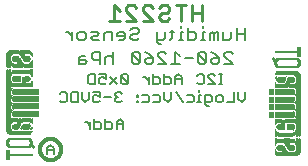
<source format=gbr>
G04 EAGLE Gerber RS-274X export*
G75*
%MOMM*%
%FSLAX34Y34*%
%LPD*%
%INSilkscreen Bottom*%
%IPPOS*%
%AMOC8*
5,1,8,0,0,1.08239X$1,22.5*%
G01*
%ADD10C,0.228600*%
%ADD11C,0.177800*%
%ADD12C,0.127000*%
%ADD13C,0.152400*%
%ADD14C,0.304800*%
%ADD15C,0.203200*%
%ADD16R,0.022863X0.462278*%
%ADD17R,0.022863X0.462281*%
%ADD18R,0.022863X0.436881*%
%ADD19R,0.023113X0.462278*%
%ADD20R,0.023113X0.462281*%
%ADD21R,0.023113X0.436881*%
%ADD22R,0.023116X0.462278*%
%ADD23R,0.023116X0.462281*%
%ADD24R,0.023116X0.436881*%
%ADD25R,0.023113X0.022863*%
%ADD26R,0.023116X0.091441*%
%ADD27R,0.023113X0.139700*%
%ADD28R,0.023116X0.185419*%
%ADD29R,0.023113X0.254000*%
%ADD30R,0.023113X0.299719*%
%ADD31R,0.023116X0.345438*%
%ADD32R,0.023113X0.391159*%
%ADD33R,0.023116X0.393700*%
%ADD34R,0.022863X0.325119*%
%ADD35R,0.022863X0.599438*%
%ADD36R,0.022863X0.622300*%
%ADD37R,0.022863X0.530859*%
%ADD38R,0.022863X0.439422*%
%ADD39R,0.022863X0.231138*%
%ADD40R,0.022863X0.071119*%
%ADD41R,0.022863X0.533400*%
%ADD42R,0.022863X0.208281*%
%ADD43R,0.023113X0.345441*%
%ADD44R,0.023113X0.576578*%
%ADD45R,0.023113X0.599438*%
%ADD46R,0.023113X0.508000*%
%ADD47R,0.023113X0.416563*%
%ADD48R,0.023113X0.208278*%
%ADD49R,0.023113X0.553722*%
%ADD50R,0.023113X0.208281*%
%ADD51R,0.023116X0.345441*%
%ADD52R,0.023116X0.530859*%
%ADD53R,0.023116X0.370841*%
%ADD54R,0.023116X0.162559*%
%ADD55R,0.023116X0.576581*%
%ADD56R,0.023116X0.208281*%
%ADD57R,0.023113X0.322578*%
%ADD58R,0.023113X0.485137*%
%ADD59R,0.023113X0.416559*%
%ADD60R,0.023113X0.347981*%
%ADD61R,0.023113X0.116838*%
%ADD62R,0.023113X0.647700*%
%ADD63R,0.023116X0.322581*%
%ADD64R,0.023116X0.485137*%
%ADD65R,0.023116X0.093978*%
%ADD66R,0.023116X0.231141*%
%ADD67R,0.023116X0.693419*%
%ADD68R,0.023113X0.322581*%
%ADD69R,0.023113X0.439419*%
%ADD70R,0.023113X0.370841*%
%ADD71R,0.023113X0.299722*%
%ADD72R,0.023113X0.045719*%
%ADD73R,0.023113X0.739138*%
%ADD74R,0.023113X0.414019*%
%ADD75R,0.023113X0.347978*%
%ADD76R,0.023113X0.762000*%
%ADD77R,0.023116X0.414019*%
%ADD78R,0.023116X0.182881*%
%ADD79R,0.023116X0.347978*%
%ADD80R,0.023116X0.276863*%
%ADD81R,0.023116X0.116841*%
%ADD82R,0.023116X0.276859*%
%ADD83R,0.023116X0.784863*%
%ADD84R,0.023113X0.325119*%
%ADD85R,0.023113X0.276863*%
%ADD86R,0.023113X0.276859*%
%ADD87R,0.023116X0.325119*%
%ADD88R,0.023116X0.391159*%
%ADD89R,0.023116X0.302259*%
%ADD90R,0.023116X0.254000*%
%ADD91R,0.023113X0.302259*%
%ADD92R,0.023113X0.393700*%
%ADD93R,0.023113X0.231141*%
%ADD94R,0.022863X0.302259*%
%ADD95R,0.022863X0.439419*%
%ADD96R,0.022863X0.368300*%
%ADD97R,0.022863X0.391159*%
%ADD98R,0.022863X0.416559*%
%ADD99R,0.022863X0.276863*%
%ADD100R,0.022863X0.205741*%
%ADD101R,0.023113X0.368300*%
%ADD102R,0.023113X0.205741*%
%ADD103R,0.023116X0.368300*%
%ADD104R,0.023116X0.205741*%
%ADD105R,0.023113X0.182881*%
%ADD106R,0.022863X0.276859*%
%ADD107R,0.022863X0.182881*%
%ADD108R,0.023113X0.924559*%
%ADD109R,0.023116X0.924559*%
%ADD110R,0.023113X0.901700*%
%ADD111R,0.023116X0.901700*%
%ADD112R,0.023113X0.878841*%
%ADD113R,0.023116X0.855981*%
%ADD114R,0.023113X0.833119*%
%ADD115R,0.022863X0.787400*%
%ADD116R,0.022863X0.414019*%
%ADD117R,0.022863X0.924559*%
%ADD118R,0.023113X0.739141*%
%ADD119R,0.023116X0.716281*%
%ADD120R,0.023116X0.299722*%
%ADD121R,0.023113X0.670559*%
%ADD122R,0.023116X0.647700*%
%ADD123R,0.023116X0.508000*%
%ADD124R,0.023116X0.299719*%
%ADD125R,0.023113X0.601981*%
%ADD126R,0.023113X0.530859*%
%ADD127R,0.023113X0.231138*%
%ADD128R,0.023113X0.556259*%
%ADD129R,0.023113X0.185419*%
%ADD130R,0.023116X0.533400*%
%ADD131R,0.023116X0.599438*%
%ADD132R,0.023116X0.416563*%
%ADD133R,0.023116X0.116838*%
%ADD134R,0.023113X0.485141*%
%ADD135R,0.023113X0.645159*%
%ADD136R,0.023113X0.716278*%
%ADD137R,0.022863X0.393700*%
%ADD138R,0.022863X0.762000*%
%ADD139R,0.022863X0.624841*%
%ADD140R,0.023113X0.784859*%
%ADD141R,0.023113X0.693422*%
%ADD142R,0.023116X0.830578*%
%ADD143R,0.023116X0.739141*%
%ADD144R,0.023113X0.876300*%
%ADD145R,0.023113X0.807722*%
%ADD146R,0.023116X0.899159*%
%ADD147R,0.023116X0.878841*%
%ADD148R,0.023113X0.922019*%
%ADD149R,0.023113X0.947419*%
%ADD150R,0.023116X0.970278*%
%ADD151R,0.023113X0.970278*%
%ADD152R,0.023116X0.439419*%
%ADD153R,0.022863X0.299722*%
%ADD154R,0.023116X0.416559*%
%ADD155R,0.023116X0.347981*%
%ADD156R,0.023113X0.137159*%
%ADD157R,0.023113X0.093978*%
%ADD158R,0.023113X0.091441*%
%ADD159R,0.023113X0.093981*%
%ADD160R,0.023113X0.114300*%
%ADD161R,0.023116X0.045719*%
%ADD162R,0.023116X0.045722*%
%ADD163R,0.023113X0.071119*%
%ADD164R,0.023113X0.116841*%
%ADD165R,0.023116X0.139700*%
%ADD166R,0.022863X0.322581*%
%ADD167R,0.022863X0.345441*%
%ADD168R,0.022863X0.162559*%
%ADD169R,0.022863X0.576581*%
%ADD170R,0.023113X0.668019*%
%ADD171R,0.023113X0.533400*%
%ADD172R,0.023116X1.455419*%
%ADD173R,0.023116X5.519419*%
%ADD174R,0.023113X1.455419*%
%ADD175R,0.023113X5.519419*%
%ADD176R,0.023116X5.494019*%
%ADD177R,0.023113X1.430019*%
%ADD178R,0.023113X5.494019*%
%ADD179R,0.023116X1.430019*%
%ADD180R,0.023116X5.471159*%
%ADD181R,0.023116X0.762000*%
%ADD182R,0.023113X1.407159*%
%ADD183R,0.023113X5.471159*%
%ADD184R,0.022863X1.384300*%
%ADD185R,0.022863X5.448300*%
%ADD186R,0.022863X0.716278*%
%ADD187R,0.022863X0.878841*%
%ADD188R,0.023113X1.361438*%
%ADD189R,0.023113X5.425438*%
%ADD190R,0.023116X1.338578*%
%ADD191R,0.023116X5.402578*%
%ADD192R,0.023116X0.624841*%
%ADD193R,0.023113X1.292859*%
%ADD194R,0.023113X5.356859*%
%ADD195R,0.023116X1.224278*%
%ADD196R,0.023116X5.288278*%


D10*
X167955Y158623D02*
X167955Y171588D01*
X167955Y165106D02*
X159312Y165106D01*
X159312Y171588D02*
X159312Y158623D01*
X149601Y158623D02*
X149601Y171588D01*
X153923Y171588D02*
X145279Y171588D01*
X133407Y171588D02*
X131246Y169427D01*
X133407Y171588D02*
X137729Y171588D01*
X139890Y169427D01*
X139890Y167266D01*
X137729Y165106D01*
X133407Y165106D01*
X131246Y162945D01*
X131246Y160784D01*
X133407Y158623D01*
X137729Y158623D01*
X139890Y160784D01*
X125857Y158623D02*
X117214Y158623D01*
X125857Y158623D02*
X117214Y167266D01*
X117214Y169427D01*
X119375Y171588D01*
X123696Y171588D01*
X125857Y169427D01*
X111824Y158623D02*
X103181Y158623D01*
X111824Y158623D02*
X103181Y167266D01*
X103181Y169427D01*
X105342Y171588D01*
X109663Y171588D01*
X111824Y169427D01*
X97791Y167266D02*
X93470Y171588D01*
X93470Y158623D01*
X97791Y158623D02*
X89148Y158623D01*
D11*
X203759Y152536D02*
X203759Y142113D01*
X203759Y147324D02*
X196811Y147324D01*
X196811Y142113D02*
X196811Y152536D01*
X192533Y149062D02*
X192533Y143850D01*
X190796Y142113D01*
X185584Y142113D01*
X185584Y149062D01*
X181307Y149062D02*
X181307Y142113D01*
X181307Y149062D02*
X179570Y149062D01*
X177832Y147324D01*
X177832Y142113D01*
X177832Y147324D02*
X176095Y149062D01*
X174358Y147324D01*
X174358Y142113D01*
X170080Y149062D02*
X168343Y149062D01*
X168343Y142113D01*
X170080Y142113D02*
X166606Y142113D01*
X168343Y152536D02*
X168343Y154273D01*
X155648Y152536D02*
X155648Y142113D01*
X160859Y142113D01*
X162596Y143850D01*
X162596Y147324D01*
X160859Y149062D01*
X155648Y149062D01*
X151370Y149062D02*
X149633Y149062D01*
X149633Y142113D01*
X151370Y142113D02*
X147896Y142113D01*
X149633Y152536D02*
X149633Y154273D01*
X142149Y150799D02*
X142149Y143850D01*
X140412Y142113D01*
X140412Y149062D02*
X143886Y149062D01*
X136402Y149062D02*
X136402Y143850D01*
X134665Y142113D01*
X129453Y142113D01*
X129453Y140376D02*
X129453Y149062D01*
X129453Y140376D02*
X131190Y138639D01*
X132928Y138639D01*
X108738Y152536D02*
X107001Y150799D01*
X108738Y152536D02*
X112212Y152536D01*
X113949Y150799D01*
X113949Y149062D01*
X112212Y147324D01*
X108738Y147324D01*
X107001Y145587D01*
X107001Y143850D01*
X108738Y142113D01*
X112212Y142113D01*
X113949Y143850D01*
X100986Y142113D02*
X97512Y142113D01*
X100986Y142113D02*
X102723Y143850D01*
X102723Y147324D01*
X100986Y149062D01*
X97512Y149062D01*
X95775Y147324D01*
X95775Y145587D01*
X102723Y145587D01*
X91497Y142113D02*
X91497Y149062D01*
X86285Y149062D01*
X84548Y147324D01*
X84548Y142113D01*
X80271Y142113D02*
X75059Y142113D01*
X73322Y143850D01*
X75059Y145587D01*
X78534Y145587D01*
X80271Y147324D01*
X78534Y149062D01*
X73322Y149062D01*
X67307Y142113D02*
X63833Y142113D01*
X62096Y143850D01*
X62096Y147324D01*
X63833Y149062D01*
X67307Y149062D01*
X69044Y147324D01*
X69044Y143850D01*
X67307Y142113D01*
X57818Y142113D02*
X57818Y149062D01*
X54344Y149062D02*
X57818Y145587D01*
X54344Y149062D02*
X52607Y149062D01*
D12*
X204124Y98433D02*
X204124Y92501D01*
X201158Y89535D01*
X198192Y92501D01*
X198192Y98433D01*
X194769Y98433D02*
X194769Y89535D01*
X188837Y89535D01*
X183930Y89535D02*
X180965Y89535D01*
X179482Y91018D01*
X179482Y93984D01*
X180965Y95467D01*
X183930Y95467D01*
X185413Y93984D01*
X185413Y91018D01*
X183930Y89535D01*
X173092Y86569D02*
X171609Y86569D01*
X170126Y88052D01*
X170126Y95467D01*
X174575Y95467D01*
X176058Y93984D01*
X176058Y91018D01*
X174575Y89535D01*
X170126Y89535D01*
X166703Y95467D02*
X165220Y95467D01*
X165220Y89535D01*
X166703Y89535D02*
X163737Y89535D01*
X165220Y98433D02*
X165220Y99916D01*
X158983Y95467D02*
X154535Y95467D01*
X158983Y95467D02*
X160466Y93984D01*
X160466Y91018D01*
X158983Y89535D01*
X154535Y89535D01*
X151111Y89535D02*
X145179Y98433D01*
X141756Y98433D02*
X141756Y92501D01*
X138790Y89535D01*
X135824Y92501D01*
X135824Y98433D01*
X130918Y95467D02*
X126469Y95467D01*
X130918Y95467D02*
X132401Y93984D01*
X132401Y91018D01*
X130918Y89535D01*
X126469Y89535D01*
X121563Y95467D02*
X117114Y95467D01*
X121563Y95467D02*
X123045Y93984D01*
X123045Y91018D01*
X121563Y89535D01*
X117114Y89535D01*
X113690Y95467D02*
X112207Y95467D01*
X112207Y93984D01*
X113690Y93984D01*
X113690Y95467D01*
X113690Y91018D02*
X112207Y91018D01*
X112207Y89535D01*
X113690Y89535D01*
X113690Y91018D01*
X99658Y96950D02*
X98175Y98433D01*
X95209Y98433D01*
X93726Y96950D01*
X93726Y95467D01*
X95209Y93984D01*
X96692Y93984D01*
X95209Y93984D02*
X93726Y92501D01*
X93726Y91018D01*
X95209Y89535D01*
X98175Y89535D01*
X99658Y91018D01*
X90302Y93984D02*
X84371Y93984D01*
X80947Y98433D02*
X75015Y98433D01*
X80947Y98433D02*
X80947Y93984D01*
X77981Y95467D01*
X76498Y95467D01*
X75015Y93984D01*
X75015Y91018D01*
X76498Y89535D01*
X79464Y89535D01*
X80947Y91018D01*
X71592Y92501D02*
X71592Y98433D01*
X71592Y92501D02*
X68626Y89535D01*
X65660Y92501D01*
X65660Y98433D01*
X62237Y98433D02*
X62237Y89535D01*
X57788Y89535D01*
X56305Y91018D01*
X56305Y96950D01*
X57788Y98433D01*
X62237Y98433D01*
X48433Y98433D02*
X46950Y96950D01*
X48433Y98433D02*
X51399Y98433D01*
X52882Y96950D01*
X52882Y91018D01*
X51399Y89535D01*
X48433Y89535D01*
X46950Y91018D01*
D11*
X186520Y121793D02*
X193468Y121793D01*
X186520Y128742D01*
X186520Y130479D01*
X188257Y132216D01*
X191731Y132216D01*
X193468Y130479D01*
X178768Y130479D02*
X175294Y132216D01*
X178768Y130479D02*
X182242Y127004D01*
X182242Y123530D01*
X180505Y121793D01*
X177031Y121793D01*
X175294Y123530D01*
X175294Y125267D01*
X177031Y127004D01*
X182242Y127004D01*
X171016Y123530D02*
X171016Y130479D01*
X169279Y132216D01*
X165805Y132216D01*
X164067Y130479D01*
X164067Y123530D01*
X165805Y121793D01*
X169279Y121793D01*
X171016Y123530D01*
X164067Y130479D01*
X159790Y127004D02*
X152841Y127004D01*
X148564Y128742D02*
X145089Y132216D01*
X145089Y121793D01*
X141615Y121793D02*
X148564Y121793D01*
X137337Y121793D02*
X130389Y121793D01*
X137337Y121793D02*
X130389Y128742D01*
X130389Y130479D01*
X132126Y132216D01*
X135600Y132216D01*
X137337Y130479D01*
X122637Y130479D02*
X119163Y132216D01*
X122637Y130479D02*
X126111Y127004D01*
X126111Y123530D01*
X124374Y121793D01*
X120900Y121793D01*
X119163Y123530D01*
X119163Y125267D01*
X120900Y127004D01*
X126111Y127004D01*
X114885Y123530D02*
X114885Y130479D01*
X113148Y132216D01*
X109673Y132216D01*
X107936Y130479D01*
X107936Y123530D01*
X109673Y121793D01*
X113148Y121793D01*
X114885Y123530D01*
X107936Y130479D01*
X92432Y132216D02*
X92432Y121793D01*
X92432Y127004D02*
X90695Y128742D01*
X87221Y128742D01*
X85484Y127004D01*
X85484Y121793D01*
X81206Y121793D02*
X81206Y132216D01*
X75995Y132216D01*
X74258Y130479D01*
X74258Y127004D01*
X75995Y125267D01*
X81206Y125267D01*
X68243Y128742D02*
X64769Y128742D01*
X63031Y127004D01*
X63031Y121793D01*
X68243Y121793D01*
X69980Y123530D01*
X68243Y125267D01*
X63031Y125267D01*
D13*
X100989Y72564D02*
X100989Y66802D01*
X100989Y72564D02*
X98108Y75445D01*
X95227Y72564D01*
X95227Y66802D01*
X95227Y71124D02*
X100989Y71124D01*
X85871Y75445D02*
X85871Y66802D01*
X90193Y66802D01*
X91634Y68243D01*
X91634Y71124D01*
X90193Y72564D01*
X85871Y72564D01*
X76516Y75445D02*
X76516Y66802D01*
X80838Y66802D01*
X82278Y68243D01*
X82278Y71124D01*
X80838Y72564D01*
X76516Y72564D01*
X72923Y72564D02*
X72923Y66802D01*
X72923Y69683D02*
X70042Y72564D01*
X68602Y72564D01*
D12*
X181869Y104775D02*
X184835Y104775D01*
X183352Y104775D02*
X183352Y113673D01*
X184835Y113673D02*
X181869Y113673D01*
X178598Y104775D02*
X172666Y104775D01*
X178598Y104775D02*
X172666Y110707D01*
X172666Y112190D01*
X174149Y113673D01*
X177115Y113673D01*
X178598Y112190D01*
X164794Y113673D02*
X163311Y112190D01*
X164794Y113673D02*
X167760Y113673D01*
X169243Y112190D01*
X169243Y106258D01*
X167760Y104775D01*
X164794Y104775D01*
X163311Y106258D01*
X150533Y104775D02*
X150533Y110707D01*
X147567Y113673D01*
X144601Y110707D01*
X144601Y104775D01*
X144601Y109224D02*
X150533Y109224D01*
X135246Y113673D02*
X135246Y104775D01*
X139695Y104775D01*
X141177Y106258D01*
X141177Y109224D01*
X139695Y110707D01*
X135246Y110707D01*
X125891Y113673D02*
X125891Y104775D01*
X130339Y104775D01*
X131822Y106258D01*
X131822Y109224D01*
X130339Y110707D01*
X125891Y110707D01*
X122467Y110707D02*
X122467Y104775D01*
X122467Y107741D02*
X119501Y110707D01*
X118018Y110707D01*
X105316Y112190D02*
X105316Y106258D01*
X105316Y112190D02*
X103833Y113673D01*
X100867Y113673D01*
X99384Y112190D01*
X99384Y106258D01*
X100867Y104775D01*
X103833Y104775D01*
X105316Y106258D01*
X99384Y112190D01*
X95961Y110707D02*
X90029Y104775D01*
X95961Y104775D02*
X90029Y110707D01*
X86606Y113673D02*
X80674Y113673D01*
X86606Y113673D02*
X86606Y109224D01*
X83640Y110707D01*
X82157Y110707D01*
X80674Y109224D01*
X80674Y106258D01*
X82157Y104775D01*
X85123Y104775D01*
X86606Y106258D01*
X77250Y104775D02*
X77250Y113673D01*
X77250Y104775D02*
X72802Y104775D01*
X71319Y106258D01*
X71319Y112190D01*
X72802Y113673D01*
X77250Y113673D01*
D14*
X30390Y49530D02*
X30393Y49750D01*
X30401Y49971D01*
X30414Y50191D01*
X30433Y50410D01*
X30458Y50629D01*
X30487Y50848D01*
X30522Y51065D01*
X30563Y51282D01*
X30608Y51498D01*
X30659Y51712D01*
X30715Y51925D01*
X30777Y52137D01*
X30843Y52347D01*
X30915Y52555D01*
X30992Y52762D01*
X31074Y52966D01*
X31160Y53169D01*
X31252Y53369D01*
X31349Y53568D01*
X31450Y53763D01*
X31557Y53956D01*
X31668Y54147D01*
X31783Y54334D01*
X31903Y54519D01*
X32028Y54701D01*
X32157Y54879D01*
X32291Y55055D01*
X32428Y55227D01*
X32570Y55395D01*
X32716Y55561D01*
X32866Y55722D01*
X33020Y55880D01*
X33178Y56034D01*
X33339Y56184D01*
X33505Y56330D01*
X33673Y56472D01*
X33845Y56609D01*
X34021Y56743D01*
X34199Y56872D01*
X34381Y56997D01*
X34566Y57117D01*
X34753Y57232D01*
X34944Y57343D01*
X35137Y57450D01*
X35332Y57551D01*
X35531Y57648D01*
X35731Y57740D01*
X35934Y57826D01*
X36138Y57908D01*
X36345Y57985D01*
X36553Y58057D01*
X36763Y58123D01*
X36975Y58185D01*
X37188Y58241D01*
X37402Y58292D01*
X37618Y58337D01*
X37835Y58378D01*
X38052Y58413D01*
X38271Y58442D01*
X38490Y58467D01*
X38709Y58486D01*
X38929Y58499D01*
X39150Y58507D01*
X39370Y58510D01*
X39590Y58507D01*
X39811Y58499D01*
X40031Y58486D01*
X40250Y58467D01*
X40469Y58442D01*
X40688Y58413D01*
X40905Y58378D01*
X41122Y58337D01*
X41338Y58292D01*
X41552Y58241D01*
X41765Y58185D01*
X41977Y58123D01*
X42187Y58057D01*
X42395Y57985D01*
X42602Y57908D01*
X42806Y57826D01*
X43009Y57740D01*
X43209Y57648D01*
X43408Y57551D01*
X43603Y57450D01*
X43796Y57343D01*
X43987Y57232D01*
X44174Y57117D01*
X44359Y56997D01*
X44541Y56872D01*
X44719Y56743D01*
X44895Y56609D01*
X45067Y56472D01*
X45235Y56330D01*
X45401Y56184D01*
X45562Y56034D01*
X45720Y55880D01*
X45874Y55722D01*
X46024Y55561D01*
X46170Y55395D01*
X46312Y55227D01*
X46449Y55055D01*
X46583Y54879D01*
X46712Y54701D01*
X46837Y54519D01*
X46957Y54334D01*
X47072Y54147D01*
X47183Y53956D01*
X47290Y53763D01*
X47391Y53568D01*
X47488Y53369D01*
X47580Y53169D01*
X47666Y52966D01*
X47748Y52762D01*
X47825Y52555D01*
X47897Y52347D01*
X47963Y52137D01*
X48025Y51925D01*
X48081Y51712D01*
X48132Y51498D01*
X48177Y51282D01*
X48218Y51065D01*
X48253Y50848D01*
X48282Y50629D01*
X48307Y50410D01*
X48326Y50191D01*
X48339Y49971D01*
X48347Y49750D01*
X48350Y49530D01*
X48347Y49310D01*
X48339Y49089D01*
X48326Y48869D01*
X48307Y48650D01*
X48282Y48431D01*
X48253Y48212D01*
X48218Y47995D01*
X48177Y47778D01*
X48132Y47562D01*
X48081Y47348D01*
X48025Y47135D01*
X47963Y46923D01*
X47897Y46713D01*
X47825Y46505D01*
X47748Y46298D01*
X47666Y46094D01*
X47580Y45891D01*
X47488Y45691D01*
X47391Y45492D01*
X47290Y45297D01*
X47183Y45104D01*
X47072Y44913D01*
X46957Y44726D01*
X46837Y44541D01*
X46712Y44359D01*
X46583Y44181D01*
X46449Y44005D01*
X46312Y43833D01*
X46170Y43665D01*
X46024Y43499D01*
X45874Y43338D01*
X45720Y43180D01*
X45562Y43026D01*
X45401Y42876D01*
X45235Y42730D01*
X45067Y42588D01*
X44895Y42451D01*
X44719Y42317D01*
X44541Y42188D01*
X44359Y42063D01*
X44174Y41943D01*
X43987Y41828D01*
X43796Y41717D01*
X43603Y41610D01*
X43408Y41509D01*
X43209Y41412D01*
X43009Y41320D01*
X42806Y41234D01*
X42602Y41152D01*
X42395Y41075D01*
X42187Y41003D01*
X41977Y40937D01*
X41765Y40875D01*
X41552Y40819D01*
X41338Y40768D01*
X41122Y40723D01*
X40905Y40682D01*
X40688Y40647D01*
X40469Y40618D01*
X40250Y40593D01*
X40031Y40574D01*
X39811Y40561D01*
X39590Y40553D01*
X39370Y40550D01*
X39150Y40553D01*
X38929Y40561D01*
X38709Y40574D01*
X38490Y40593D01*
X38271Y40618D01*
X38052Y40647D01*
X37835Y40682D01*
X37618Y40723D01*
X37402Y40768D01*
X37188Y40819D01*
X36975Y40875D01*
X36763Y40937D01*
X36553Y41003D01*
X36345Y41075D01*
X36138Y41152D01*
X35934Y41234D01*
X35731Y41320D01*
X35531Y41412D01*
X35332Y41509D01*
X35137Y41610D01*
X34944Y41717D01*
X34753Y41828D01*
X34566Y41943D01*
X34381Y42063D01*
X34199Y42188D01*
X34021Y42317D01*
X33845Y42451D01*
X33673Y42588D01*
X33505Y42730D01*
X33339Y42876D01*
X33178Y43026D01*
X33020Y43180D01*
X32866Y43338D01*
X32716Y43499D01*
X32570Y43665D01*
X32428Y43833D01*
X32291Y44005D01*
X32157Y44181D01*
X32028Y44359D01*
X31903Y44541D01*
X31783Y44726D01*
X31668Y44913D01*
X31557Y45104D01*
X31450Y45297D01*
X31349Y45492D01*
X31252Y45691D01*
X31160Y45891D01*
X31074Y46094D01*
X30992Y46298D01*
X30915Y46505D01*
X30843Y46713D01*
X30777Y46923D01*
X30715Y47135D01*
X30659Y47348D01*
X30608Y47562D01*
X30563Y47778D01*
X30522Y47995D01*
X30487Y48212D01*
X30458Y48431D01*
X30433Y48650D01*
X30414Y48869D01*
X30401Y49089D01*
X30393Y49310D01*
X30390Y49530D01*
D15*
X41910Y50889D02*
X41910Y45466D01*
X41910Y50889D02*
X39198Y53601D01*
X36487Y50889D01*
X36487Y45466D01*
X36487Y49533D02*
X41910Y49533D01*
D16*
X224790Y79197D03*
D17*
X224790Y85446D03*
X224790Y91669D03*
D18*
X224790Y98019D03*
D19*
X225020Y79197D03*
D20*
X225020Y85446D03*
X225020Y91669D03*
D21*
X225020Y98019D03*
D22*
X225251Y79197D03*
D23*
X225251Y85446D03*
X225251Y91669D03*
D24*
X225251Y98019D03*
D19*
X225482Y79197D03*
D20*
X225482Y85446D03*
X225482Y91669D03*
D21*
X225482Y98019D03*
D22*
X225713Y79197D03*
D23*
X225713Y85446D03*
X225713Y91669D03*
D24*
X225713Y98019D03*
D19*
X225944Y79197D03*
D20*
X225944Y85446D03*
X225944Y91669D03*
D21*
X225944Y98019D03*
D19*
X226176Y79197D03*
D20*
X226176Y85446D03*
X226176Y91669D03*
D21*
X226176Y98019D03*
D22*
X226407Y79197D03*
D23*
X226407Y85446D03*
X226407Y91669D03*
D24*
X226407Y98019D03*
D19*
X226638Y79197D03*
D20*
X226638Y85446D03*
X226638Y91669D03*
D21*
X226638Y98019D03*
D22*
X226869Y79197D03*
D23*
X226869Y85446D03*
X226869Y91669D03*
D24*
X226869Y98019D03*
D19*
X227100Y79197D03*
D20*
X227100Y85446D03*
X227100Y91669D03*
D21*
X227100Y98019D03*
D16*
X227330Y79197D03*
D17*
X227330Y85446D03*
X227330Y91669D03*
D18*
X227330Y98019D03*
D19*
X227560Y79197D03*
D20*
X227560Y85446D03*
X227560Y91669D03*
D21*
X227560Y98019D03*
D25*
X227560Y126429D03*
D22*
X227791Y79197D03*
D23*
X227791Y85446D03*
X227791Y91669D03*
D24*
X227791Y98019D03*
D26*
X227791Y126314D03*
D19*
X228022Y79197D03*
D20*
X228022Y85446D03*
X228022Y91669D03*
D21*
X228022Y98019D03*
D27*
X228022Y126073D03*
D22*
X228253Y79197D03*
D23*
X228253Y85446D03*
X228253Y91669D03*
D24*
X228253Y98019D03*
D28*
X228253Y126073D03*
D19*
X228484Y79197D03*
D20*
X228484Y85446D03*
X228484Y91669D03*
D21*
X228484Y98019D03*
D29*
X228484Y125959D03*
D19*
X228716Y79197D03*
D20*
X228716Y85446D03*
X228716Y91669D03*
D21*
X228716Y98019D03*
D30*
X228716Y125730D03*
D22*
X228947Y79197D03*
D23*
X228947Y85446D03*
X228947Y91669D03*
D24*
X228947Y98019D03*
D31*
X228947Y125730D03*
D32*
X229178Y125501D03*
D33*
X229409Y125032D03*
D19*
X229640Y124003D03*
D34*
X229870Y48031D03*
D35*
X229870Y55880D03*
D36*
X229870Y63614D03*
D37*
X229870Y72631D03*
D16*
X229870Y79197D03*
D17*
X229870Y85446D03*
X229870Y91669D03*
D18*
X229870Y98019D03*
D38*
X229870Y104254D03*
D39*
X229870Y109919D03*
D40*
X229870Y113030D03*
D41*
X229870Y123190D03*
D42*
X229870Y132436D03*
D43*
X230100Y47676D03*
D44*
X230100Y55994D03*
D45*
X230100Y63500D03*
D46*
X230100Y72746D03*
D19*
X230100Y79197D03*
D20*
X230100Y85446D03*
X230100Y91669D03*
D21*
X230100Y98019D03*
D47*
X230100Y104140D03*
D48*
X230100Y110033D03*
D27*
X230100Y113373D03*
D49*
X230100Y122606D03*
D50*
X230100Y132436D03*
D51*
X230331Y47219D03*
D52*
X230331Y56223D03*
X230331Y63157D03*
D22*
X230331Y72974D03*
X230331Y79197D03*
D23*
X230331Y85446D03*
X230331Y91669D03*
D24*
X230331Y98019D03*
D53*
X230331Y103911D03*
D54*
X230331Y110261D03*
D28*
X230331Y113602D03*
D55*
X230331Y122492D03*
D56*
X230331Y132436D03*
D57*
X230562Y46876D03*
D58*
X230562Y56452D03*
D46*
X230562Y63043D03*
D59*
X230562Y73203D03*
D19*
X230562Y79197D03*
D20*
X230562Y85446D03*
X230562Y91669D03*
D21*
X230562Y98019D03*
D60*
X230562Y103797D03*
D61*
X230562Y110490D03*
D48*
X230562Y113716D03*
D62*
X230562Y122619D03*
D50*
X230562Y132436D03*
D63*
X230793Y46647D03*
D22*
X230793Y56566D03*
D64*
X230793Y62929D03*
D33*
X230793Y73317D03*
D22*
X230793Y79197D03*
D23*
X230793Y85446D03*
X230793Y91669D03*
D24*
X230793Y98019D03*
D63*
X230793Y103670D03*
D65*
X230793Y110604D03*
D66*
X230793Y113830D03*
D67*
X230793Y122619D03*
D56*
X230793Y132436D03*
D68*
X231024Y46419D03*
D69*
X231024Y56680D03*
D19*
X231024Y62814D03*
D70*
X231024Y73431D03*
D19*
X231024Y79197D03*
D20*
X231024Y85446D03*
X231024Y91669D03*
D21*
X231024Y98019D03*
D71*
X231024Y103556D03*
D72*
X231024Y110846D03*
D29*
X231024Y113944D03*
D73*
X231024Y122619D03*
D50*
X231024Y132436D03*
D68*
X231256Y46190D03*
D74*
X231256Y56807D03*
D69*
X231256Y62700D03*
D75*
X231256Y73546D03*
D19*
X231256Y79197D03*
D20*
X231256Y85446D03*
X231256Y91669D03*
D21*
X231256Y98019D03*
D71*
X231256Y103556D03*
D29*
X231256Y113944D03*
D76*
X231256Y122504D03*
D50*
X231256Y132436D03*
D63*
X231487Y46190D03*
D66*
X231487Y51270D03*
D77*
X231487Y56807D03*
X231487Y62573D03*
D78*
X231487Y68351D03*
D79*
X231487Y73546D03*
D22*
X231487Y79197D03*
D23*
X231487Y85446D03*
X231487Y91669D03*
D24*
X231487Y98019D03*
D80*
X231487Y103442D03*
D81*
X231487Y108179D03*
D82*
X231487Y114059D03*
D83*
X231487Y122619D03*
D56*
X231487Y132436D03*
D84*
X231718Y45949D03*
D68*
X231718Y51270D03*
D32*
X231718Y56921D03*
D74*
X231718Y62573D03*
D84*
X231718Y68351D03*
X231718Y73660D03*
D19*
X231718Y79197D03*
D20*
X231718Y85446D03*
X231718Y91669D03*
D21*
X231718Y98019D03*
D85*
X231718Y103442D03*
D86*
X231718Y108293D03*
X231718Y114059D03*
D85*
X231718Y120079D03*
D86*
X231718Y125387D03*
D50*
X231718Y132436D03*
D87*
X231949Y45949D03*
D53*
X231949Y51257D03*
D88*
X231949Y56921D03*
D77*
X231949Y62573D03*
D53*
X231949Y68351D03*
D87*
X231949Y73660D03*
D22*
X231949Y79197D03*
D23*
X231949Y85446D03*
X231949Y91669D03*
D24*
X231949Y98019D03*
D80*
X231949Y103442D03*
D51*
X231949Y108407D03*
D89*
X231949Y114186D03*
D90*
X231949Y119736D03*
D66*
X231949Y125616D03*
D56*
X231949Y132436D03*
D84*
X232180Y45949D03*
D59*
X232180Y51257D03*
D32*
X232180Y56921D03*
X232180Y62459D03*
D59*
X232180Y68351D03*
D91*
X232180Y73774D03*
D19*
X232180Y79197D03*
D20*
X232180Y85446D03*
X232180Y91669D03*
D21*
X232180Y98019D03*
D85*
X232180Y103442D03*
D92*
X232180Y108649D03*
D91*
X232180Y114186D03*
D93*
X232180Y119621D03*
D50*
X232180Y125730D03*
X232180Y132436D03*
D94*
X232410Y45834D03*
D95*
X232410Y51143D03*
D96*
X232410Y57036D03*
D97*
X232410Y62459D03*
D98*
X232410Y68351D03*
D94*
X232410Y73774D03*
D16*
X232410Y79197D03*
D17*
X232410Y85446D03*
X232410Y91669D03*
D18*
X232410Y98019D03*
D99*
X232410Y103442D03*
D95*
X232410Y108649D03*
D94*
X232410Y114186D03*
D100*
X232410Y119494D03*
D42*
X232410Y125730D03*
X232410Y132436D03*
D91*
X232640Y45834D03*
D19*
X232640Y51257D03*
D101*
X232640Y57036D03*
D32*
X232640Y62459D03*
D20*
X232640Y68351D03*
D91*
X232640Y73774D03*
D19*
X232640Y79197D03*
D20*
X232640Y85446D03*
X232640Y91669D03*
D21*
X232640Y98019D03*
D85*
X232640Y103442D03*
D19*
X232640Y108763D03*
D91*
X232640Y114186D03*
D102*
X232640Y119494D03*
D50*
X232640Y125959D03*
X232640Y132436D03*
D89*
X232871Y45834D03*
D22*
X232871Y51257D03*
D103*
X232871Y57036D03*
D88*
X232871Y62459D03*
D23*
X232871Y68351D03*
D89*
X232871Y73774D03*
D22*
X232871Y79197D03*
D23*
X232871Y85446D03*
X232871Y91669D03*
D24*
X232871Y98019D03*
D80*
X232871Y103442D03*
D22*
X232871Y108763D03*
D89*
X232871Y114186D03*
D104*
X232871Y119494D03*
D56*
X232871Y125959D03*
X232871Y132436D03*
D91*
X233102Y45834D03*
D19*
X233102Y51257D03*
D101*
X233102Y57036D03*
X233102Y62344D03*
D20*
X233102Y68351D03*
D91*
X233102Y73774D03*
D19*
X233102Y79197D03*
D20*
X233102Y85446D03*
X233102Y91669D03*
D21*
X233102Y98019D03*
D85*
X233102Y103442D03*
D19*
X233102Y108763D03*
D91*
X233102Y114186D03*
D102*
X233102Y119494D03*
D50*
X233102Y125959D03*
X233102Y132436D03*
D89*
X233333Y45834D03*
D22*
X233333Y51257D03*
D103*
X233333Y57036D03*
X233333Y62344D03*
D23*
X233333Y68351D03*
D89*
X233333Y73774D03*
D22*
X233333Y79197D03*
D23*
X233333Y85446D03*
X233333Y91669D03*
D24*
X233333Y98019D03*
D80*
X233333Y103442D03*
D22*
X233333Y108763D03*
D89*
X233333Y114186D03*
D78*
X233333Y119380D03*
D56*
X233333Y125959D03*
X233333Y132436D03*
D91*
X233564Y45834D03*
D19*
X233564Y51257D03*
D101*
X233564Y57036D03*
X233564Y62344D03*
D20*
X233564Y68351D03*
D91*
X233564Y73774D03*
D19*
X233564Y79197D03*
D20*
X233564Y85446D03*
X233564Y91669D03*
D21*
X233564Y98019D03*
D85*
X233564Y103442D03*
D19*
X233564Y108763D03*
D91*
X233564Y114186D03*
D105*
X233564Y119380D03*
D50*
X233564Y125959D03*
X233564Y132436D03*
D91*
X233796Y45834D03*
D19*
X233796Y51257D03*
D101*
X233796Y57036D03*
X233796Y62344D03*
D20*
X233796Y68351D03*
D86*
X233796Y73901D03*
D19*
X233796Y79197D03*
D20*
X233796Y85446D03*
X233796Y91669D03*
D21*
X233796Y98019D03*
D85*
X233796Y103442D03*
D19*
X233796Y108763D03*
D91*
X233796Y114186D03*
D105*
X233796Y119380D03*
D50*
X233796Y125959D03*
X233796Y132436D03*
D89*
X234027Y45834D03*
D22*
X234027Y51257D03*
D103*
X234027Y57036D03*
X234027Y62344D03*
D23*
X234027Y68351D03*
D82*
X234027Y73901D03*
D22*
X234027Y79197D03*
D23*
X234027Y85446D03*
X234027Y91669D03*
D24*
X234027Y98019D03*
D80*
X234027Y103442D03*
D22*
X234027Y108763D03*
D89*
X234027Y114186D03*
D78*
X234027Y119380D03*
D56*
X234027Y125959D03*
X234027Y132436D03*
D91*
X234258Y45834D03*
D19*
X234258Y51257D03*
D101*
X234258Y57036D03*
X234258Y62344D03*
D20*
X234258Y68351D03*
D86*
X234258Y73901D03*
D19*
X234258Y79197D03*
D20*
X234258Y85446D03*
X234258Y91669D03*
D21*
X234258Y98019D03*
D85*
X234258Y103442D03*
D19*
X234258Y108763D03*
D91*
X234258Y114186D03*
D105*
X234258Y119380D03*
D50*
X234258Y125959D03*
X234258Y132436D03*
D89*
X234489Y45834D03*
D22*
X234489Y51257D03*
D103*
X234489Y57036D03*
X234489Y62344D03*
D23*
X234489Y68351D03*
D82*
X234489Y73901D03*
D22*
X234489Y79197D03*
D23*
X234489Y85446D03*
X234489Y91669D03*
D24*
X234489Y98019D03*
D80*
X234489Y103442D03*
D22*
X234489Y108763D03*
D89*
X234489Y114186D03*
D78*
X234489Y119380D03*
D56*
X234489Y125959D03*
X234489Y132436D03*
D91*
X234720Y45834D03*
D19*
X234720Y51257D03*
D101*
X234720Y57036D03*
X234720Y62344D03*
D20*
X234720Y68351D03*
D86*
X234720Y73901D03*
D19*
X234720Y79197D03*
D20*
X234720Y85446D03*
X234720Y91669D03*
D21*
X234720Y98019D03*
D85*
X234720Y103442D03*
D19*
X234720Y108763D03*
D91*
X234720Y114186D03*
D105*
X234720Y119380D03*
D50*
X234720Y125959D03*
X234720Y132436D03*
D94*
X234950Y45834D03*
D16*
X234950Y51257D03*
D96*
X234950Y57036D03*
X234950Y62344D03*
D17*
X234950Y68351D03*
D106*
X234950Y73901D03*
D16*
X234950Y79197D03*
D17*
X234950Y85446D03*
X234950Y91669D03*
D18*
X234950Y98019D03*
D99*
X234950Y103442D03*
D16*
X234950Y108763D03*
D94*
X234950Y114186D03*
D107*
X234950Y119380D03*
D42*
X234950Y125959D03*
X234950Y132436D03*
D91*
X235180Y45834D03*
D19*
X235180Y51257D03*
D101*
X235180Y57036D03*
X235180Y62344D03*
D20*
X235180Y68351D03*
D86*
X235180Y73901D03*
D19*
X235180Y79197D03*
D20*
X235180Y85446D03*
X235180Y91669D03*
D21*
X235180Y98019D03*
D85*
X235180Y103442D03*
D19*
X235180Y108763D03*
D91*
X235180Y114186D03*
D105*
X235180Y119380D03*
D50*
X235180Y125959D03*
X235180Y132436D03*
D89*
X235411Y45834D03*
D22*
X235411Y51257D03*
D103*
X235411Y57036D03*
X235411Y62344D03*
D23*
X235411Y68351D03*
D82*
X235411Y73901D03*
D22*
X235411Y79197D03*
D23*
X235411Y85446D03*
X235411Y91669D03*
D24*
X235411Y98019D03*
D80*
X235411Y103442D03*
D22*
X235411Y108763D03*
D89*
X235411Y114186D03*
D78*
X235411Y119380D03*
D56*
X235411Y125959D03*
X235411Y132436D03*
D91*
X235642Y45834D03*
D19*
X235642Y51257D03*
D101*
X235642Y57036D03*
X235642Y62344D03*
D108*
X235642Y70663D03*
D19*
X235642Y79197D03*
D20*
X235642Y85446D03*
X235642Y91669D03*
D21*
X235642Y98019D03*
D85*
X235642Y103442D03*
D19*
X235642Y108763D03*
D91*
X235642Y114186D03*
D105*
X235642Y119380D03*
D50*
X235642Y125959D03*
X235642Y132436D03*
D89*
X235873Y45834D03*
D22*
X235873Y51257D03*
D103*
X235873Y57036D03*
X235873Y62344D03*
D109*
X235873Y70663D03*
D22*
X235873Y79197D03*
D23*
X235873Y85446D03*
X235873Y91669D03*
D24*
X235873Y98019D03*
D80*
X235873Y103442D03*
D22*
X235873Y108763D03*
D89*
X235873Y114186D03*
D78*
X235873Y119380D03*
D56*
X235873Y125959D03*
X235873Y132436D03*
D91*
X236104Y45834D03*
D69*
X236104Y51143D03*
D101*
X236104Y57036D03*
X236104Y62344D03*
D108*
X236104Y70663D03*
D19*
X236104Y79197D03*
D20*
X236104Y85446D03*
X236104Y91669D03*
D21*
X236104Y98019D03*
D85*
X236104Y103442D03*
D19*
X236104Y108763D03*
D91*
X236104Y114186D03*
D105*
X236104Y119380D03*
D50*
X236104Y125959D03*
X236104Y132436D03*
D110*
X236336Y48832D03*
D101*
X236336Y57036D03*
X236336Y62344D03*
D108*
X236336Y70663D03*
D19*
X236336Y79197D03*
D20*
X236336Y85446D03*
X236336Y91669D03*
D21*
X236336Y98019D03*
D85*
X236336Y103442D03*
D19*
X236336Y108763D03*
D91*
X236336Y114186D03*
D105*
X236336Y119380D03*
D50*
X236336Y125959D03*
X236336Y132436D03*
D111*
X236567Y48832D03*
D103*
X236567Y57036D03*
X236567Y62344D03*
D109*
X236567Y70663D03*
D22*
X236567Y79197D03*
D23*
X236567Y85446D03*
X236567Y91669D03*
D24*
X236567Y98019D03*
D80*
X236567Y103442D03*
D22*
X236567Y108763D03*
D89*
X236567Y114186D03*
D78*
X236567Y119380D03*
D56*
X236567Y125959D03*
X236567Y132436D03*
D112*
X236798Y48717D03*
D32*
X236798Y56921D03*
D101*
X236798Y62344D03*
D108*
X236798Y70663D03*
D19*
X236798Y79197D03*
D20*
X236798Y85446D03*
X236798Y91669D03*
D21*
X236798Y98019D03*
D85*
X236798Y103442D03*
D19*
X236798Y108763D03*
D91*
X236798Y114186D03*
D105*
X236798Y119380D03*
D50*
X236798Y125959D03*
X236798Y132436D03*
D113*
X237029Y48603D03*
D88*
X237029Y56921D03*
D103*
X237029Y62344D03*
D109*
X237029Y70663D03*
D22*
X237029Y79197D03*
D23*
X237029Y85446D03*
X237029Y91669D03*
D24*
X237029Y98019D03*
D80*
X237029Y103442D03*
D22*
X237029Y108763D03*
D89*
X237029Y114186D03*
D78*
X237029Y119380D03*
D56*
X237029Y125959D03*
X237029Y132436D03*
D114*
X237260Y48489D03*
D74*
X237260Y56807D03*
D101*
X237260Y62344D03*
D108*
X237260Y70663D03*
D19*
X237260Y79197D03*
D20*
X237260Y85446D03*
X237260Y91669D03*
D21*
X237260Y98019D03*
D85*
X237260Y103442D03*
D69*
X237260Y108877D03*
D91*
X237260Y114186D03*
D105*
X237260Y119380D03*
D50*
X237260Y125959D03*
X237260Y132436D03*
D115*
X237490Y48260D03*
D116*
X237490Y56807D03*
D96*
X237490Y62344D03*
D117*
X237490Y70663D03*
D16*
X237490Y79197D03*
D17*
X237490Y85446D03*
X237490Y91669D03*
D18*
X237490Y98019D03*
D99*
X237490Y103442D03*
D95*
X237490Y108877D03*
D94*
X237490Y114186D03*
D107*
X237490Y119380D03*
D42*
X237490Y125959D03*
X237490Y132436D03*
D118*
X237720Y48019D03*
D69*
X237720Y56680D03*
D101*
X237720Y62344D03*
D108*
X237720Y70663D03*
D19*
X237720Y79197D03*
D20*
X237720Y85446D03*
X237720Y91669D03*
D21*
X237720Y98019D03*
D71*
X237720Y103556D03*
D59*
X237720Y108991D03*
D91*
X237720Y114186D03*
D105*
X237720Y119380D03*
D50*
X237720Y125959D03*
X237720Y132436D03*
D119*
X237951Y47904D03*
D22*
X237951Y56566D03*
D103*
X237951Y62344D03*
D109*
X237951Y70663D03*
D22*
X237951Y79197D03*
D23*
X237951Y85446D03*
X237951Y91669D03*
D24*
X237951Y98019D03*
D120*
X237951Y103556D03*
D33*
X237951Y109106D03*
D89*
X237951Y114186D03*
D78*
X237951Y119380D03*
D56*
X237951Y125959D03*
X237951Y132436D03*
D121*
X238182Y47676D03*
D58*
X238182Y56452D03*
D101*
X238182Y62344D03*
D108*
X238182Y70663D03*
D19*
X238182Y79197D03*
D20*
X238182Y85446D03*
X238182Y91669D03*
D21*
X238182Y98019D03*
D68*
X238182Y103670D03*
D75*
X238182Y109334D03*
D91*
X238182Y114186D03*
D105*
X238182Y119380D03*
D50*
X238182Y125959D03*
X238182Y132436D03*
D122*
X238413Y47562D03*
D123*
X238413Y56337D03*
D103*
X238413Y62344D03*
D82*
X238413Y73901D03*
D22*
X238413Y79197D03*
D23*
X238413Y85446D03*
X238413Y91669D03*
D24*
X238413Y98019D03*
D63*
X238413Y103670D03*
D124*
X238413Y109576D03*
D89*
X238413Y114186D03*
D78*
X238413Y119380D03*
D56*
X238413Y125959D03*
X238413Y132436D03*
D125*
X238644Y47333D03*
D126*
X238644Y56223D03*
D101*
X238644Y62344D03*
D86*
X238644Y73901D03*
D19*
X238644Y79197D03*
D20*
X238644Y85446D03*
X238644Y91669D03*
D21*
X238644Y98019D03*
D60*
X238644Y103797D03*
D127*
X238644Y109919D03*
D91*
X238644Y114186D03*
D105*
X238644Y119380D03*
D50*
X238644Y125959D03*
X238644Y132436D03*
D128*
X238876Y47104D03*
D44*
X238876Y55994D03*
D101*
X238876Y62344D03*
D86*
X238876Y73901D03*
D19*
X238876Y79197D03*
D20*
X238876Y85446D03*
X238876Y91669D03*
D21*
X238876Y98019D03*
D70*
X238876Y103911D03*
D129*
X238876Y110147D03*
D91*
X238876Y114186D03*
D105*
X238876Y119380D03*
D50*
X238876Y125959D03*
X238876Y132436D03*
D130*
X239107Y46990D03*
D131*
X239107Y55880D03*
D103*
X239107Y62344D03*
D82*
X239107Y73901D03*
D22*
X239107Y79197D03*
D23*
X239107Y85446D03*
X239107Y91669D03*
D24*
X239107Y98019D03*
D132*
X239107Y104140D03*
D133*
X239107Y110490D03*
D89*
X239107Y114186D03*
D78*
X239107Y119380D03*
D56*
X239107Y125959D03*
X239107Y132436D03*
D134*
X239338Y46749D03*
D135*
X239338Y55651D03*
D101*
X239338Y62344D03*
D86*
X239338Y73901D03*
D19*
X239338Y79197D03*
D20*
X239338Y85446D03*
X239338Y91669D03*
D21*
X239338Y98019D03*
D20*
X239338Y104369D03*
D72*
X239338Y110846D03*
D91*
X239338Y114186D03*
D105*
X239338Y119380D03*
D50*
X239338Y125959D03*
X239338Y132436D03*
D23*
X239569Y46634D03*
D67*
X239569Y55410D03*
D103*
X239569Y62344D03*
D82*
X239569Y73901D03*
D22*
X239569Y79197D03*
D23*
X239569Y85446D03*
X239569Y91669D03*
D24*
X239569Y98019D03*
D123*
X239569Y104597D03*
D89*
X239569Y114186D03*
D78*
X239569Y119380D03*
D56*
X239569Y125959D03*
X239569Y132436D03*
D59*
X239800Y46406D03*
D136*
X239800Y55296D03*
D101*
X239800Y62344D03*
D86*
X239800Y73901D03*
D19*
X239800Y79197D03*
D20*
X239800Y85446D03*
X239800Y91669D03*
D21*
X239800Y98019D03*
D49*
X239800Y104826D03*
D91*
X239800Y114186D03*
D105*
X239800Y119380D03*
D50*
X239800Y125959D03*
X239800Y132436D03*
D137*
X240030Y46292D03*
D138*
X240030Y55067D03*
D96*
X240030Y62344D03*
D17*
X240030Y68351D03*
D106*
X240030Y73901D03*
D16*
X240030Y79197D03*
D17*
X240030Y85446D03*
X240030Y91669D03*
D18*
X240030Y98019D03*
D139*
X240030Y105181D03*
D94*
X240030Y114186D03*
D107*
X240030Y119380D03*
D42*
X240030Y125959D03*
X240030Y132436D03*
D70*
X240260Y46177D03*
D140*
X240260Y54953D03*
D101*
X240260Y62344D03*
D20*
X240260Y68351D03*
D86*
X240260Y73901D03*
D19*
X240260Y79197D03*
D20*
X240260Y85446D03*
X240260Y91669D03*
D21*
X240260Y98019D03*
D141*
X240260Y105524D03*
D91*
X240260Y114186D03*
D105*
X240260Y119380D03*
D50*
X240260Y125959D03*
X240260Y132436D03*
D53*
X240491Y46177D03*
D142*
X240491Y54724D03*
D103*
X240491Y62344D03*
D23*
X240491Y68351D03*
D82*
X240491Y73901D03*
D22*
X240491Y79197D03*
D23*
X240491Y85446D03*
X240491Y91669D03*
D24*
X240491Y98019D03*
D143*
X240491Y105753D03*
D89*
X240491Y114186D03*
D78*
X240491Y119380D03*
D56*
X240491Y125959D03*
X240491Y132436D03*
D60*
X240722Y46063D03*
D144*
X240722Y54496D03*
D101*
X240722Y62344D03*
D20*
X240722Y68351D03*
D86*
X240722Y73901D03*
D19*
X240722Y79197D03*
D20*
X240722Y85446D03*
X240722Y91669D03*
D21*
X240722Y98019D03*
D145*
X240722Y106096D03*
D91*
X240722Y114186D03*
D105*
X240722Y119380D03*
D50*
X240722Y125959D03*
X240722Y132436D03*
D87*
X240953Y45949D03*
D146*
X240953Y54381D03*
D103*
X240953Y62344D03*
D23*
X240953Y68351D03*
D82*
X240953Y73901D03*
D22*
X240953Y79197D03*
D23*
X240953Y85446D03*
X240953Y91669D03*
D24*
X240953Y98019D03*
D147*
X240953Y106451D03*
D89*
X240953Y114186D03*
D78*
X240953Y119380D03*
D56*
X240953Y125959D03*
X240953Y132436D03*
D84*
X241184Y45949D03*
D148*
X241184Y54267D03*
D101*
X241184Y62344D03*
D20*
X241184Y68351D03*
D86*
X241184Y73901D03*
D19*
X241184Y79197D03*
D20*
X241184Y85446D03*
X241184Y91669D03*
D21*
X241184Y98019D03*
D110*
X241184Y106566D03*
D91*
X241184Y114186D03*
D105*
X241184Y119380D03*
D50*
X241184Y125959D03*
X241184Y132436D03*
D84*
X241416Y45949D03*
D149*
X241416Y54140D03*
D101*
X241416Y62344D03*
D20*
X241416Y68351D03*
D86*
X241416Y73901D03*
D19*
X241416Y79197D03*
D20*
X241416Y85446D03*
X241416Y91669D03*
D21*
X241416Y98019D03*
D110*
X241416Y106566D03*
D91*
X241416Y114186D03*
D105*
X241416Y119380D03*
D50*
X241416Y125959D03*
X241416Y132436D03*
D89*
X241647Y45834D03*
D150*
X241647Y54026D03*
D103*
X241647Y62344D03*
D23*
X241647Y68351D03*
D82*
X241647Y73901D03*
D22*
X241647Y79197D03*
D23*
X241647Y85446D03*
X241647Y91669D03*
D24*
X241647Y98019D03*
D111*
X241647Y106566D03*
D89*
X241647Y114186D03*
D78*
X241647Y119380D03*
D56*
X241647Y125959D03*
X241647Y132436D03*
D91*
X241878Y45834D03*
D151*
X241878Y54026D03*
D101*
X241878Y62344D03*
D20*
X241878Y68351D03*
D86*
X241878Y73901D03*
D19*
X241878Y79197D03*
D20*
X241878Y85446D03*
X241878Y91669D03*
D21*
X241878Y98019D03*
D110*
X241878Y106566D03*
D91*
X241878Y114186D03*
D105*
X241878Y119380D03*
D50*
X241878Y125959D03*
X241878Y132436D03*
D89*
X242109Y45834D03*
D22*
X242109Y51257D03*
D103*
X242109Y57036D03*
X242109Y62344D03*
D23*
X242109Y68351D03*
D82*
X242109Y73901D03*
D22*
X242109Y79197D03*
D23*
X242109Y85446D03*
X242109Y91669D03*
D24*
X242109Y98019D03*
D111*
X242109Y106566D03*
D89*
X242109Y114186D03*
D78*
X242109Y119380D03*
D56*
X242109Y125959D03*
X242109Y132436D03*
D91*
X242340Y45834D03*
D19*
X242340Y51257D03*
D101*
X242340Y57036D03*
X242340Y62344D03*
D20*
X242340Y68351D03*
D86*
X242340Y73901D03*
D19*
X242340Y79197D03*
D20*
X242340Y85446D03*
X242340Y91669D03*
D21*
X242340Y98019D03*
D85*
X242340Y103442D03*
D69*
X242340Y108877D03*
D91*
X242340Y114186D03*
D105*
X242340Y119380D03*
D50*
X242340Y125959D03*
X242340Y132436D03*
D94*
X242570Y45834D03*
D16*
X242570Y51257D03*
D96*
X242570Y57036D03*
X242570Y62344D03*
D17*
X242570Y68351D03*
D106*
X242570Y73901D03*
D16*
X242570Y79197D03*
D17*
X242570Y85446D03*
X242570Y91669D03*
D18*
X242570Y98019D03*
D99*
X242570Y103442D03*
D95*
X242570Y108877D03*
D94*
X242570Y114186D03*
D107*
X242570Y119380D03*
D42*
X242570Y125959D03*
X242570Y132436D03*
D91*
X242800Y45834D03*
D19*
X242800Y51257D03*
D101*
X242800Y57036D03*
X242800Y62344D03*
D20*
X242800Y68351D03*
D86*
X242800Y73901D03*
D19*
X242800Y79197D03*
D20*
X242800Y85446D03*
X242800Y91669D03*
D21*
X242800Y98019D03*
D85*
X242800Y103442D03*
D69*
X242800Y108877D03*
D91*
X242800Y114186D03*
D105*
X242800Y119380D03*
D50*
X242800Y125959D03*
X242800Y132436D03*
D89*
X243031Y45834D03*
D22*
X243031Y51257D03*
D103*
X243031Y57036D03*
X243031Y62344D03*
D23*
X243031Y68351D03*
D82*
X243031Y73901D03*
D22*
X243031Y79197D03*
D23*
X243031Y85446D03*
X243031Y91669D03*
D24*
X243031Y98019D03*
D80*
X243031Y103442D03*
D152*
X243031Y108877D03*
D89*
X243031Y114186D03*
D78*
X243031Y119380D03*
D56*
X243031Y125959D03*
X243031Y132436D03*
D91*
X243262Y45834D03*
D19*
X243262Y51257D03*
D101*
X243262Y57036D03*
X243262Y62344D03*
D20*
X243262Y68351D03*
D86*
X243262Y73901D03*
D19*
X243262Y79197D03*
D20*
X243262Y85446D03*
X243262Y91669D03*
D21*
X243262Y98019D03*
D85*
X243262Y103442D03*
D69*
X243262Y108877D03*
D91*
X243262Y114186D03*
D105*
X243262Y119380D03*
D50*
X243262Y125959D03*
X243262Y132436D03*
D89*
X243493Y45834D03*
D22*
X243493Y51257D03*
D103*
X243493Y57036D03*
X243493Y62344D03*
D23*
X243493Y68351D03*
D82*
X243493Y73901D03*
D22*
X243493Y79197D03*
D23*
X243493Y85446D03*
X243493Y91669D03*
D24*
X243493Y98019D03*
D80*
X243493Y103442D03*
D152*
X243493Y108877D03*
D89*
X243493Y114186D03*
D78*
X243493Y119380D03*
D56*
X243493Y125959D03*
X243493Y132436D03*
D91*
X243724Y45834D03*
D19*
X243724Y51257D03*
D101*
X243724Y57036D03*
X243724Y62344D03*
D20*
X243724Y68351D03*
D86*
X243724Y73901D03*
D19*
X243724Y79197D03*
D20*
X243724Y85446D03*
X243724Y91669D03*
D21*
X243724Y98019D03*
D85*
X243724Y103442D03*
D69*
X243724Y108877D03*
D91*
X243724Y114186D03*
D105*
X243724Y119380D03*
D50*
X243724Y125959D03*
X243724Y132436D03*
D91*
X243956Y45834D03*
D19*
X243956Y51257D03*
D101*
X243956Y57036D03*
X243956Y62344D03*
D20*
X243956Y68351D03*
D86*
X243956Y73901D03*
D19*
X243956Y79197D03*
D20*
X243956Y85446D03*
X243956Y91669D03*
D21*
X243956Y98019D03*
D85*
X243956Y103442D03*
D69*
X243956Y108877D03*
D91*
X243956Y114186D03*
D105*
X243956Y119380D03*
D50*
X243956Y125959D03*
X243956Y132436D03*
D89*
X244187Y45834D03*
D22*
X244187Y51257D03*
D103*
X244187Y57036D03*
X244187Y62344D03*
D23*
X244187Y68351D03*
D82*
X244187Y73901D03*
D22*
X244187Y79197D03*
D23*
X244187Y85446D03*
X244187Y91669D03*
D24*
X244187Y98019D03*
D80*
X244187Y103442D03*
D152*
X244187Y108877D03*
D89*
X244187Y114186D03*
D78*
X244187Y119380D03*
D56*
X244187Y125959D03*
X244187Y132436D03*
D91*
X244418Y45834D03*
D19*
X244418Y51257D03*
D101*
X244418Y57036D03*
X244418Y62344D03*
D20*
X244418Y68351D03*
D91*
X244418Y73774D03*
D19*
X244418Y79197D03*
D20*
X244418Y85446D03*
X244418Y91669D03*
D21*
X244418Y98019D03*
D85*
X244418Y103442D03*
D69*
X244418Y108877D03*
D91*
X244418Y114186D03*
D105*
X244418Y119380D03*
D50*
X244418Y125959D03*
X244418Y132436D03*
D89*
X244649Y45834D03*
D22*
X244649Y51257D03*
D103*
X244649Y57036D03*
X244649Y62344D03*
D23*
X244649Y68351D03*
D89*
X244649Y73774D03*
D22*
X244649Y79197D03*
D23*
X244649Y85446D03*
X244649Y91669D03*
D24*
X244649Y98019D03*
D80*
X244649Y103442D03*
D152*
X244649Y108877D03*
D89*
X244649Y114186D03*
D78*
X244649Y119380D03*
D56*
X244649Y125959D03*
X244649Y132436D03*
D91*
X244880Y45834D03*
D19*
X244880Y51257D03*
D101*
X244880Y57036D03*
X244880Y62344D03*
D20*
X244880Y68351D03*
D91*
X244880Y73774D03*
D19*
X244880Y79197D03*
D20*
X244880Y85446D03*
X244880Y91669D03*
D21*
X244880Y98019D03*
D71*
X244880Y103556D03*
D69*
X244880Y108877D03*
D91*
X244880Y114186D03*
D105*
X244880Y119380D03*
D50*
X244880Y125959D03*
X244880Y132436D03*
D94*
X245110Y45834D03*
D16*
X245110Y51257D03*
D96*
X245110Y57036D03*
D97*
X245110Y62459D03*
D17*
X245110Y68351D03*
D94*
X245110Y73774D03*
D16*
X245110Y79197D03*
D17*
X245110Y85446D03*
X245110Y91669D03*
D18*
X245110Y98019D03*
D153*
X245110Y103556D03*
D95*
X245110Y108877D03*
D94*
X245110Y114186D03*
D107*
X245110Y119380D03*
D42*
X245110Y125959D03*
X245110Y132436D03*
D91*
X245340Y45834D03*
D69*
X245340Y51143D03*
D101*
X245340Y57036D03*
D32*
X245340Y62459D03*
D69*
X245340Y68237D03*
D91*
X245340Y73774D03*
D19*
X245340Y79197D03*
D20*
X245340Y85446D03*
X245340Y91669D03*
D21*
X245340Y98019D03*
D71*
X245340Y103556D03*
D59*
X245340Y108763D03*
D91*
X245340Y114186D03*
D105*
X245340Y119380D03*
D50*
X245340Y125959D03*
X245340Y132436D03*
D89*
X245571Y45834D03*
D154*
X245571Y51257D03*
D88*
X245571Y56921D03*
X245571Y62459D03*
D154*
X245571Y68351D03*
D89*
X245571Y73774D03*
D152*
X245571Y79312D03*
X245571Y85560D03*
X245571Y91783D03*
D77*
X245571Y98133D03*
D120*
X245571Y103556D03*
D154*
X245571Y108763D03*
D87*
X245571Y114071D03*
D78*
X245571Y119380D03*
D56*
X245571Y125959D03*
X245571Y132436D03*
D84*
X245802Y45949D03*
D59*
X245802Y51257D03*
D32*
X245802Y56921D03*
X245802Y62459D03*
D59*
X245802Y68351D03*
D91*
X245802Y73774D03*
D101*
X245802Y79439D03*
X245802Y85662D03*
D70*
X245802Y91897D03*
D32*
X245802Y98247D03*
D68*
X245802Y103442D03*
D70*
X245802Y108763D03*
D84*
X245802Y114071D03*
D105*
X245802Y119380D03*
D50*
X245802Y125959D03*
X245802Y132436D03*
D87*
X246033Y45949D03*
D53*
X246033Y51257D03*
D88*
X246033Y56921D03*
D77*
X246033Y62573D03*
D53*
X246033Y68351D03*
D87*
X246033Y73660D03*
D63*
X246033Y79667D03*
D51*
X246033Y85776D03*
D63*
X246033Y92139D03*
X246033Y98362D03*
D51*
X246033Y103556D03*
D155*
X246033Y108877D03*
D87*
X246033Y114071D03*
D78*
X246033Y119380D03*
D56*
X246033Y125959D03*
X246033Y132436D03*
D84*
X246264Y45949D03*
D68*
X246264Y51270D03*
D74*
X246264Y56807D03*
X246264Y62573D03*
D86*
X246264Y68339D03*
D84*
X246264Y73660D03*
D93*
X246264Y79667D03*
X246264Y85890D03*
D29*
X246264Y92253D03*
X246264Y98476D03*
D43*
X246264Y103556D03*
D86*
X246264Y108750D03*
D60*
X246264Y113957D03*
D105*
X246264Y119380D03*
D50*
X246264Y125959D03*
X246264Y132436D03*
D60*
X246496Y46063D03*
D129*
X246496Y51270D03*
D102*
X246496Y55766D03*
D93*
X246496Y63741D03*
D156*
X246496Y68351D03*
D75*
X246496Y73546D03*
D157*
X246496Y79896D03*
D158*
X246496Y85903D03*
D159*
X246496Y92367D03*
D158*
X246496Y98603D03*
D70*
X246496Y103683D03*
D160*
X246496Y108877D03*
D60*
X246496Y113957D03*
D105*
X246496Y119380D03*
D50*
X246496Y125959D03*
X246496Y132436D03*
D53*
X246727Y46177D03*
D66*
X246727Y55639D03*
X246727Y63741D03*
D79*
X246727Y73546D03*
D161*
X246727Y77114D03*
D162*
X246727Y83134D03*
X246727Y89357D03*
D161*
X246727Y95606D03*
D33*
X246727Y103569D03*
D53*
X246727Y113843D03*
D78*
X246727Y119380D03*
D56*
X246727Y125959D03*
X246727Y132436D03*
D70*
X246958Y46177D03*
D93*
X246958Y55639D03*
D29*
X246958Y63856D03*
D70*
X246958Y73431D03*
D163*
X246958Y77241D03*
D158*
X246958Y83134D03*
X246958Y89357D03*
D164*
X246958Y95707D03*
D59*
X246958Y103683D03*
D70*
X246958Y113843D03*
D105*
X246958Y119380D03*
D50*
X246958Y125959D03*
X246958Y132436D03*
D33*
X247189Y46292D03*
D90*
X247189Y55524D03*
D82*
X247189Y63970D03*
D33*
X247189Y73317D03*
D65*
X247189Y77356D03*
D54*
X247189Y83236D03*
D165*
X247189Y89599D03*
X247189Y95822D03*
D22*
X247189Y103683D03*
D33*
X247189Y113729D03*
D78*
X247189Y119380D03*
D56*
X247189Y125959D03*
X247189Y132436D03*
D59*
X247420Y46406D03*
D86*
X247420Y55410D03*
D71*
X247420Y64084D03*
D59*
X247420Y73203D03*
D27*
X247420Y77584D03*
D48*
X247420Y83236D03*
D129*
X247420Y89599D03*
X247420Y95822D03*
D46*
X247420Y103683D03*
D69*
X247420Y113500D03*
D105*
X247420Y119380D03*
D50*
X247420Y125959D03*
X247420Y132436D03*
D17*
X247650Y46634D03*
D166*
X247650Y55182D03*
D167*
X247650Y64313D03*
D16*
X247650Y72974D03*
D168*
X247650Y77699D03*
D106*
X247650Y83350D03*
D99*
X247650Y89599D03*
X247650Y95822D03*
D169*
X247650Y103797D03*
D17*
X247650Y113386D03*
D100*
X247650Y119494D03*
D42*
X247650Y125959D03*
X247650Y132436D03*
D46*
X247880Y46863D03*
D101*
X247880Y54953D03*
D32*
X247880Y64541D03*
D126*
X247880Y72631D03*
D127*
X247880Y78042D03*
D70*
X247880Y83363D03*
D101*
X247880Y89599D03*
D92*
X247880Y95949D03*
D170*
X247880Y103797D03*
D171*
X247880Y113030D03*
D102*
X247880Y119494D03*
D50*
X247880Y125959D03*
X247880Y132436D03*
D172*
X248111Y51600D03*
D173*
X248111Y88100D03*
D104*
X248111Y119494D03*
D56*
X248111Y125959D03*
X248111Y132436D03*
D174*
X248342Y51600D03*
D175*
X248342Y88100D03*
D102*
X248342Y119494D03*
D50*
X248342Y125959D03*
X248342Y132436D03*
D172*
X248573Y51600D03*
D173*
X248573Y88100D03*
D104*
X248573Y119494D03*
D66*
X248573Y125844D03*
D56*
X248573Y132436D03*
D174*
X248804Y51600D03*
D175*
X248804Y88100D03*
D93*
X248804Y119621D03*
X248804Y125844D03*
D50*
X248804Y132436D03*
D174*
X249036Y51600D03*
D175*
X249036Y88100D03*
D29*
X249036Y119736D03*
D93*
X249036Y125616D03*
D50*
X249036Y132436D03*
D172*
X249267Y51600D03*
D176*
X249267Y87973D03*
D80*
X249267Y120079D03*
D82*
X249267Y125387D03*
D147*
X249267Y132537D03*
D177*
X249498Y51727D03*
D178*
X249498Y87973D03*
D145*
X249498Y122733D03*
D112*
X249498Y132537D03*
D179*
X249729Y51727D03*
D180*
X249729Y87859D03*
D181*
X249729Y122733D03*
D147*
X249729Y132537D03*
D182*
X249960Y51841D03*
D183*
X249960Y87859D03*
D76*
X249960Y122733D03*
D112*
X249960Y132537D03*
D184*
X250190Y51956D03*
D185*
X250190Y87744D03*
D186*
X250190Y122733D03*
D187*
X250190Y132537D03*
D188*
X250420Y52070D03*
D189*
X250420Y87630D03*
D121*
X250420Y122733D03*
D112*
X250420Y132537D03*
D190*
X250651Y52184D03*
D191*
X250651Y87516D03*
D192*
X250651Y122733D03*
D147*
X250651Y132537D03*
D193*
X250882Y52413D03*
D194*
X250882Y87287D03*
D49*
X250882Y122606D03*
D112*
X250882Y132537D03*
D195*
X251113Y52756D03*
D196*
X251113Y86944D03*
D152*
X251113Y122720D03*
D147*
X251113Y132537D03*
D16*
X29210Y98603D03*
D17*
X29210Y92354D03*
X29210Y86131D03*
D18*
X29210Y79781D03*
D19*
X28980Y98603D03*
D20*
X28980Y92354D03*
X28980Y86131D03*
D21*
X28980Y79781D03*
D22*
X28749Y98603D03*
D23*
X28749Y92354D03*
X28749Y86131D03*
D24*
X28749Y79781D03*
D19*
X28518Y98603D03*
D20*
X28518Y92354D03*
X28518Y86131D03*
D21*
X28518Y79781D03*
D22*
X28287Y98603D03*
D23*
X28287Y92354D03*
X28287Y86131D03*
D24*
X28287Y79781D03*
D19*
X28056Y98603D03*
D20*
X28056Y92354D03*
X28056Y86131D03*
D21*
X28056Y79781D03*
D19*
X27824Y98603D03*
D20*
X27824Y92354D03*
X27824Y86131D03*
D21*
X27824Y79781D03*
D22*
X27593Y98603D03*
D23*
X27593Y92354D03*
X27593Y86131D03*
D24*
X27593Y79781D03*
D19*
X27362Y98603D03*
D20*
X27362Y92354D03*
X27362Y86131D03*
D21*
X27362Y79781D03*
D22*
X27131Y98603D03*
D23*
X27131Y92354D03*
X27131Y86131D03*
D24*
X27131Y79781D03*
D19*
X26900Y98603D03*
D20*
X26900Y92354D03*
X26900Y86131D03*
D21*
X26900Y79781D03*
D16*
X26670Y98603D03*
D17*
X26670Y92354D03*
X26670Y86131D03*
D18*
X26670Y79781D03*
D19*
X26440Y98603D03*
D20*
X26440Y92354D03*
X26440Y86131D03*
D21*
X26440Y79781D03*
D25*
X26440Y51372D03*
D22*
X26209Y98603D03*
D23*
X26209Y92354D03*
X26209Y86131D03*
D24*
X26209Y79781D03*
D26*
X26209Y51486D03*
D19*
X25978Y98603D03*
D20*
X25978Y92354D03*
X25978Y86131D03*
D21*
X25978Y79781D03*
D27*
X25978Y51727D03*
D22*
X25747Y98603D03*
D23*
X25747Y92354D03*
X25747Y86131D03*
D24*
X25747Y79781D03*
D28*
X25747Y51727D03*
D19*
X25516Y98603D03*
D20*
X25516Y92354D03*
X25516Y86131D03*
D21*
X25516Y79781D03*
D29*
X25516Y51841D03*
D19*
X25284Y98603D03*
D20*
X25284Y92354D03*
X25284Y86131D03*
D21*
X25284Y79781D03*
D30*
X25284Y52070D03*
D22*
X25053Y98603D03*
D23*
X25053Y92354D03*
X25053Y86131D03*
D24*
X25053Y79781D03*
D31*
X25053Y52070D03*
D32*
X24822Y52299D03*
D33*
X24591Y52769D03*
D19*
X24360Y53797D03*
D34*
X24130Y129769D03*
D35*
X24130Y121920D03*
D36*
X24130Y114186D03*
D37*
X24130Y105169D03*
D16*
X24130Y98603D03*
D17*
X24130Y92354D03*
X24130Y86131D03*
D18*
X24130Y79781D03*
D38*
X24130Y73546D03*
D39*
X24130Y67882D03*
D40*
X24130Y64770D03*
D41*
X24130Y54610D03*
D42*
X24130Y45364D03*
D43*
X23900Y130124D03*
D44*
X23900Y121806D03*
D45*
X23900Y114300D03*
D46*
X23900Y105054D03*
D19*
X23900Y98603D03*
D20*
X23900Y92354D03*
X23900Y86131D03*
D21*
X23900Y79781D03*
D47*
X23900Y73660D03*
D48*
X23900Y67767D03*
D27*
X23900Y64427D03*
D49*
X23900Y55194D03*
D50*
X23900Y45364D03*
D51*
X23669Y130581D03*
D52*
X23669Y121577D03*
X23669Y114643D03*
D22*
X23669Y104826D03*
X23669Y98603D03*
D23*
X23669Y92354D03*
X23669Y86131D03*
D24*
X23669Y79781D03*
D53*
X23669Y73889D03*
D54*
X23669Y67539D03*
D28*
X23669Y64199D03*
D55*
X23669Y55309D03*
D56*
X23669Y45364D03*
D57*
X23438Y130924D03*
D58*
X23438Y121349D03*
D46*
X23438Y114757D03*
D59*
X23438Y104597D03*
D19*
X23438Y98603D03*
D20*
X23438Y92354D03*
X23438Y86131D03*
D21*
X23438Y79781D03*
D60*
X23438Y74003D03*
D61*
X23438Y67310D03*
D48*
X23438Y64084D03*
D62*
X23438Y55182D03*
D50*
X23438Y45364D03*
D63*
X23207Y131153D03*
D22*
X23207Y121234D03*
D64*
X23207Y114872D03*
D33*
X23207Y104483D03*
D22*
X23207Y98603D03*
D23*
X23207Y92354D03*
X23207Y86131D03*
D24*
X23207Y79781D03*
D63*
X23207Y74130D03*
D65*
X23207Y67196D03*
D66*
X23207Y63970D03*
D67*
X23207Y55182D03*
D56*
X23207Y45364D03*
D68*
X22976Y131382D03*
D69*
X22976Y121120D03*
D19*
X22976Y114986D03*
D70*
X22976Y104369D03*
D19*
X22976Y98603D03*
D20*
X22976Y92354D03*
X22976Y86131D03*
D21*
X22976Y79781D03*
D71*
X22976Y74244D03*
D72*
X22976Y66954D03*
D29*
X22976Y63856D03*
D73*
X22976Y55182D03*
D50*
X22976Y45364D03*
D68*
X22744Y131610D03*
D74*
X22744Y120993D03*
D69*
X22744Y115100D03*
D75*
X22744Y104254D03*
D19*
X22744Y98603D03*
D20*
X22744Y92354D03*
X22744Y86131D03*
D21*
X22744Y79781D03*
D71*
X22744Y74244D03*
D29*
X22744Y63856D03*
D76*
X22744Y55296D03*
D50*
X22744Y45364D03*
D63*
X22513Y131610D03*
D66*
X22513Y126530D03*
D77*
X22513Y120993D03*
X22513Y115227D03*
D78*
X22513Y109449D03*
D79*
X22513Y104254D03*
D22*
X22513Y98603D03*
D23*
X22513Y92354D03*
X22513Y86131D03*
D24*
X22513Y79781D03*
D80*
X22513Y74359D03*
D81*
X22513Y69621D03*
D82*
X22513Y63741D03*
D83*
X22513Y55182D03*
D56*
X22513Y45364D03*
D84*
X22282Y131851D03*
D68*
X22282Y126530D03*
D32*
X22282Y120879D03*
D74*
X22282Y115227D03*
D84*
X22282Y109449D03*
X22282Y104140D03*
D19*
X22282Y98603D03*
D20*
X22282Y92354D03*
X22282Y86131D03*
D21*
X22282Y79781D03*
D85*
X22282Y74359D03*
D86*
X22282Y69507D03*
X22282Y63741D03*
D85*
X22282Y57722D03*
D86*
X22282Y52413D03*
D50*
X22282Y45364D03*
D87*
X22051Y131851D03*
D53*
X22051Y126543D03*
D88*
X22051Y120879D03*
D77*
X22051Y115227D03*
D53*
X22051Y109449D03*
D87*
X22051Y104140D03*
D22*
X22051Y98603D03*
D23*
X22051Y92354D03*
X22051Y86131D03*
D24*
X22051Y79781D03*
D80*
X22051Y74359D03*
D51*
X22051Y69393D03*
D89*
X22051Y63614D03*
D90*
X22051Y58064D03*
D66*
X22051Y52184D03*
D56*
X22051Y45364D03*
D84*
X21820Y131851D03*
D59*
X21820Y126543D03*
D32*
X21820Y120879D03*
X21820Y115341D03*
D59*
X21820Y109449D03*
D91*
X21820Y104026D03*
D19*
X21820Y98603D03*
D20*
X21820Y92354D03*
X21820Y86131D03*
D21*
X21820Y79781D03*
D85*
X21820Y74359D03*
D92*
X21820Y69152D03*
D91*
X21820Y63614D03*
D93*
X21820Y58179D03*
D50*
X21820Y52070D03*
X21820Y45364D03*
D94*
X21590Y131966D03*
D95*
X21590Y126657D03*
D96*
X21590Y120764D03*
D97*
X21590Y115341D03*
D98*
X21590Y109449D03*
D94*
X21590Y104026D03*
D16*
X21590Y98603D03*
D17*
X21590Y92354D03*
X21590Y86131D03*
D18*
X21590Y79781D03*
D99*
X21590Y74359D03*
D95*
X21590Y69152D03*
D94*
X21590Y63614D03*
D100*
X21590Y58306D03*
D42*
X21590Y52070D03*
X21590Y45364D03*
D91*
X21360Y131966D03*
D19*
X21360Y126543D03*
D101*
X21360Y120764D03*
D32*
X21360Y115341D03*
D20*
X21360Y109449D03*
D91*
X21360Y104026D03*
D19*
X21360Y98603D03*
D20*
X21360Y92354D03*
X21360Y86131D03*
D21*
X21360Y79781D03*
D85*
X21360Y74359D03*
D19*
X21360Y69037D03*
D91*
X21360Y63614D03*
D102*
X21360Y58306D03*
D50*
X21360Y51841D03*
X21360Y45364D03*
D89*
X21129Y131966D03*
D22*
X21129Y126543D03*
D103*
X21129Y120764D03*
D88*
X21129Y115341D03*
D23*
X21129Y109449D03*
D89*
X21129Y104026D03*
D22*
X21129Y98603D03*
D23*
X21129Y92354D03*
X21129Y86131D03*
D24*
X21129Y79781D03*
D80*
X21129Y74359D03*
D22*
X21129Y69037D03*
D89*
X21129Y63614D03*
D104*
X21129Y58306D03*
D56*
X21129Y51841D03*
X21129Y45364D03*
D91*
X20898Y131966D03*
D19*
X20898Y126543D03*
D101*
X20898Y120764D03*
X20898Y115456D03*
D20*
X20898Y109449D03*
D91*
X20898Y104026D03*
D19*
X20898Y98603D03*
D20*
X20898Y92354D03*
X20898Y86131D03*
D21*
X20898Y79781D03*
D85*
X20898Y74359D03*
D19*
X20898Y69037D03*
D91*
X20898Y63614D03*
D102*
X20898Y58306D03*
D50*
X20898Y51841D03*
X20898Y45364D03*
D89*
X20667Y131966D03*
D22*
X20667Y126543D03*
D103*
X20667Y120764D03*
X20667Y115456D03*
D23*
X20667Y109449D03*
D89*
X20667Y104026D03*
D22*
X20667Y98603D03*
D23*
X20667Y92354D03*
X20667Y86131D03*
D24*
X20667Y79781D03*
D80*
X20667Y74359D03*
D22*
X20667Y69037D03*
D89*
X20667Y63614D03*
D78*
X20667Y58420D03*
D56*
X20667Y51841D03*
X20667Y45364D03*
D91*
X20436Y131966D03*
D19*
X20436Y126543D03*
D101*
X20436Y120764D03*
X20436Y115456D03*
D20*
X20436Y109449D03*
D91*
X20436Y104026D03*
D19*
X20436Y98603D03*
D20*
X20436Y92354D03*
X20436Y86131D03*
D21*
X20436Y79781D03*
D85*
X20436Y74359D03*
D19*
X20436Y69037D03*
D91*
X20436Y63614D03*
D105*
X20436Y58420D03*
D50*
X20436Y51841D03*
X20436Y45364D03*
D91*
X20204Y131966D03*
D19*
X20204Y126543D03*
D101*
X20204Y120764D03*
X20204Y115456D03*
D20*
X20204Y109449D03*
D86*
X20204Y103899D03*
D19*
X20204Y98603D03*
D20*
X20204Y92354D03*
X20204Y86131D03*
D21*
X20204Y79781D03*
D85*
X20204Y74359D03*
D19*
X20204Y69037D03*
D91*
X20204Y63614D03*
D105*
X20204Y58420D03*
D50*
X20204Y51841D03*
X20204Y45364D03*
D89*
X19973Y131966D03*
D22*
X19973Y126543D03*
D103*
X19973Y120764D03*
X19973Y115456D03*
D23*
X19973Y109449D03*
D82*
X19973Y103899D03*
D22*
X19973Y98603D03*
D23*
X19973Y92354D03*
X19973Y86131D03*
D24*
X19973Y79781D03*
D80*
X19973Y74359D03*
D22*
X19973Y69037D03*
D89*
X19973Y63614D03*
D78*
X19973Y58420D03*
D56*
X19973Y51841D03*
X19973Y45364D03*
D91*
X19742Y131966D03*
D19*
X19742Y126543D03*
D101*
X19742Y120764D03*
X19742Y115456D03*
D20*
X19742Y109449D03*
D86*
X19742Y103899D03*
D19*
X19742Y98603D03*
D20*
X19742Y92354D03*
X19742Y86131D03*
D21*
X19742Y79781D03*
D85*
X19742Y74359D03*
D19*
X19742Y69037D03*
D91*
X19742Y63614D03*
D105*
X19742Y58420D03*
D50*
X19742Y51841D03*
X19742Y45364D03*
D89*
X19511Y131966D03*
D22*
X19511Y126543D03*
D103*
X19511Y120764D03*
X19511Y115456D03*
D23*
X19511Y109449D03*
D82*
X19511Y103899D03*
D22*
X19511Y98603D03*
D23*
X19511Y92354D03*
X19511Y86131D03*
D24*
X19511Y79781D03*
D80*
X19511Y74359D03*
D22*
X19511Y69037D03*
D89*
X19511Y63614D03*
D78*
X19511Y58420D03*
D56*
X19511Y51841D03*
X19511Y45364D03*
D91*
X19280Y131966D03*
D19*
X19280Y126543D03*
D101*
X19280Y120764D03*
X19280Y115456D03*
D20*
X19280Y109449D03*
D86*
X19280Y103899D03*
D19*
X19280Y98603D03*
D20*
X19280Y92354D03*
X19280Y86131D03*
D21*
X19280Y79781D03*
D85*
X19280Y74359D03*
D19*
X19280Y69037D03*
D91*
X19280Y63614D03*
D105*
X19280Y58420D03*
D50*
X19280Y51841D03*
X19280Y45364D03*
D94*
X19050Y131966D03*
D16*
X19050Y126543D03*
D96*
X19050Y120764D03*
X19050Y115456D03*
D17*
X19050Y109449D03*
D106*
X19050Y103899D03*
D16*
X19050Y98603D03*
D17*
X19050Y92354D03*
X19050Y86131D03*
D18*
X19050Y79781D03*
D99*
X19050Y74359D03*
D16*
X19050Y69037D03*
D94*
X19050Y63614D03*
D107*
X19050Y58420D03*
D42*
X19050Y51841D03*
X19050Y45364D03*
D91*
X18820Y131966D03*
D19*
X18820Y126543D03*
D101*
X18820Y120764D03*
X18820Y115456D03*
D20*
X18820Y109449D03*
D86*
X18820Y103899D03*
D19*
X18820Y98603D03*
D20*
X18820Y92354D03*
X18820Y86131D03*
D21*
X18820Y79781D03*
D85*
X18820Y74359D03*
D19*
X18820Y69037D03*
D91*
X18820Y63614D03*
D105*
X18820Y58420D03*
D50*
X18820Y51841D03*
X18820Y45364D03*
D89*
X18589Y131966D03*
D22*
X18589Y126543D03*
D103*
X18589Y120764D03*
X18589Y115456D03*
D23*
X18589Y109449D03*
D82*
X18589Y103899D03*
D22*
X18589Y98603D03*
D23*
X18589Y92354D03*
X18589Y86131D03*
D24*
X18589Y79781D03*
D80*
X18589Y74359D03*
D22*
X18589Y69037D03*
D89*
X18589Y63614D03*
D78*
X18589Y58420D03*
D56*
X18589Y51841D03*
X18589Y45364D03*
D91*
X18358Y131966D03*
D19*
X18358Y126543D03*
D101*
X18358Y120764D03*
X18358Y115456D03*
D108*
X18358Y107137D03*
D19*
X18358Y98603D03*
D20*
X18358Y92354D03*
X18358Y86131D03*
D21*
X18358Y79781D03*
D85*
X18358Y74359D03*
D19*
X18358Y69037D03*
D91*
X18358Y63614D03*
D105*
X18358Y58420D03*
D50*
X18358Y51841D03*
X18358Y45364D03*
D89*
X18127Y131966D03*
D22*
X18127Y126543D03*
D103*
X18127Y120764D03*
X18127Y115456D03*
D109*
X18127Y107137D03*
D22*
X18127Y98603D03*
D23*
X18127Y92354D03*
X18127Y86131D03*
D24*
X18127Y79781D03*
D80*
X18127Y74359D03*
D22*
X18127Y69037D03*
D89*
X18127Y63614D03*
D78*
X18127Y58420D03*
D56*
X18127Y51841D03*
X18127Y45364D03*
D91*
X17896Y131966D03*
D69*
X17896Y126657D03*
D101*
X17896Y120764D03*
X17896Y115456D03*
D108*
X17896Y107137D03*
D19*
X17896Y98603D03*
D20*
X17896Y92354D03*
X17896Y86131D03*
D21*
X17896Y79781D03*
D85*
X17896Y74359D03*
D19*
X17896Y69037D03*
D91*
X17896Y63614D03*
D105*
X17896Y58420D03*
D50*
X17896Y51841D03*
X17896Y45364D03*
D110*
X17664Y128969D03*
D101*
X17664Y120764D03*
X17664Y115456D03*
D108*
X17664Y107137D03*
D19*
X17664Y98603D03*
D20*
X17664Y92354D03*
X17664Y86131D03*
D21*
X17664Y79781D03*
D85*
X17664Y74359D03*
D19*
X17664Y69037D03*
D91*
X17664Y63614D03*
D105*
X17664Y58420D03*
D50*
X17664Y51841D03*
X17664Y45364D03*
D111*
X17433Y128969D03*
D103*
X17433Y120764D03*
X17433Y115456D03*
D109*
X17433Y107137D03*
D22*
X17433Y98603D03*
D23*
X17433Y92354D03*
X17433Y86131D03*
D24*
X17433Y79781D03*
D80*
X17433Y74359D03*
D22*
X17433Y69037D03*
D89*
X17433Y63614D03*
D78*
X17433Y58420D03*
D56*
X17433Y51841D03*
X17433Y45364D03*
D112*
X17202Y129083D03*
D32*
X17202Y120879D03*
D101*
X17202Y115456D03*
D108*
X17202Y107137D03*
D19*
X17202Y98603D03*
D20*
X17202Y92354D03*
X17202Y86131D03*
D21*
X17202Y79781D03*
D85*
X17202Y74359D03*
D19*
X17202Y69037D03*
D91*
X17202Y63614D03*
D105*
X17202Y58420D03*
D50*
X17202Y51841D03*
X17202Y45364D03*
D113*
X16971Y129197D03*
D88*
X16971Y120879D03*
D103*
X16971Y115456D03*
D109*
X16971Y107137D03*
D22*
X16971Y98603D03*
D23*
X16971Y92354D03*
X16971Y86131D03*
D24*
X16971Y79781D03*
D80*
X16971Y74359D03*
D22*
X16971Y69037D03*
D89*
X16971Y63614D03*
D78*
X16971Y58420D03*
D56*
X16971Y51841D03*
X16971Y45364D03*
D114*
X16740Y129311D03*
D74*
X16740Y120993D03*
D101*
X16740Y115456D03*
D108*
X16740Y107137D03*
D19*
X16740Y98603D03*
D20*
X16740Y92354D03*
X16740Y86131D03*
D21*
X16740Y79781D03*
D85*
X16740Y74359D03*
D69*
X16740Y68923D03*
D91*
X16740Y63614D03*
D105*
X16740Y58420D03*
D50*
X16740Y51841D03*
X16740Y45364D03*
D115*
X16510Y129540D03*
D116*
X16510Y120993D03*
D96*
X16510Y115456D03*
D117*
X16510Y107137D03*
D16*
X16510Y98603D03*
D17*
X16510Y92354D03*
X16510Y86131D03*
D18*
X16510Y79781D03*
D99*
X16510Y74359D03*
D95*
X16510Y68923D03*
D94*
X16510Y63614D03*
D107*
X16510Y58420D03*
D42*
X16510Y51841D03*
X16510Y45364D03*
D118*
X16280Y129781D03*
D69*
X16280Y121120D03*
D101*
X16280Y115456D03*
D108*
X16280Y107137D03*
D19*
X16280Y98603D03*
D20*
X16280Y92354D03*
X16280Y86131D03*
D21*
X16280Y79781D03*
D71*
X16280Y74244D03*
D59*
X16280Y68809D03*
D91*
X16280Y63614D03*
D105*
X16280Y58420D03*
D50*
X16280Y51841D03*
X16280Y45364D03*
D119*
X16049Y129896D03*
D22*
X16049Y121234D03*
D103*
X16049Y115456D03*
D109*
X16049Y107137D03*
D22*
X16049Y98603D03*
D23*
X16049Y92354D03*
X16049Y86131D03*
D24*
X16049Y79781D03*
D120*
X16049Y74244D03*
D33*
X16049Y68694D03*
D89*
X16049Y63614D03*
D78*
X16049Y58420D03*
D56*
X16049Y51841D03*
X16049Y45364D03*
D121*
X15818Y130124D03*
D58*
X15818Y121349D03*
D101*
X15818Y115456D03*
D108*
X15818Y107137D03*
D19*
X15818Y98603D03*
D20*
X15818Y92354D03*
X15818Y86131D03*
D21*
X15818Y79781D03*
D68*
X15818Y74130D03*
D75*
X15818Y68466D03*
D91*
X15818Y63614D03*
D105*
X15818Y58420D03*
D50*
X15818Y51841D03*
X15818Y45364D03*
D122*
X15587Y130239D03*
D123*
X15587Y121463D03*
D103*
X15587Y115456D03*
D82*
X15587Y103899D03*
D22*
X15587Y98603D03*
D23*
X15587Y92354D03*
X15587Y86131D03*
D24*
X15587Y79781D03*
D63*
X15587Y74130D03*
D124*
X15587Y68224D03*
D89*
X15587Y63614D03*
D78*
X15587Y58420D03*
D56*
X15587Y51841D03*
X15587Y45364D03*
D125*
X15356Y130467D03*
D126*
X15356Y121577D03*
D101*
X15356Y115456D03*
D86*
X15356Y103899D03*
D19*
X15356Y98603D03*
D20*
X15356Y92354D03*
X15356Y86131D03*
D21*
X15356Y79781D03*
D60*
X15356Y74003D03*
D127*
X15356Y67882D03*
D91*
X15356Y63614D03*
D105*
X15356Y58420D03*
D50*
X15356Y51841D03*
X15356Y45364D03*
D128*
X15124Y130696D03*
D44*
X15124Y121806D03*
D101*
X15124Y115456D03*
D86*
X15124Y103899D03*
D19*
X15124Y98603D03*
D20*
X15124Y92354D03*
X15124Y86131D03*
D21*
X15124Y79781D03*
D70*
X15124Y73889D03*
D129*
X15124Y67653D03*
D91*
X15124Y63614D03*
D105*
X15124Y58420D03*
D50*
X15124Y51841D03*
X15124Y45364D03*
D130*
X14893Y130810D03*
D131*
X14893Y121920D03*
D103*
X14893Y115456D03*
D82*
X14893Y103899D03*
D22*
X14893Y98603D03*
D23*
X14893Y92354D03*
X14893Y86131D03*
D24*
X14893Y79781D03*
D132*
X14893Y73660D03*
D133*
X14893Y67310D03*
D89*
X14893Y63614D03*
D78*
X14893Y58420D03*
D56*
X14893Y51841D03*
X14893Y45364D03*
D134*
X14662Y131051D03*
D135*
X14662Y122149D03*
D101*
X14662Y115456D03*
D86*
X14662Y103899D03*
D19*
X14662Y98603D03*
D20*
X14662Y92354D03*
X14662Y86131D03*
D21*
X14662Y79781D03*
D20*
X14662Y73431D03*
D72*
X14662Y66954D03*
D91*
X14662Y63614D03*
D105*
X14662Y58420D03*
D50*
X14662Y51841D03*
X14662Y45364D03*
D23*
X14431Y131166D03*
D67*
X14431Y122390D03*
D103*
X14431Y115456D03*
D82*
X14431Y103899D03*
D22*
X14431Y98603D03*
D23*
X14431Y92354D03*
X14431Y86131D03*
D24*
X14431Y79781D03*
D123*
X14431Y73203D03*
D89*
X14431Y63614D03*
D78*
X14431Y58420D03*
D56*
X14431Y51841D03*
X14431Y45364D03*
D59*
X14200Y131394D03*
D136*
X14200Y122504D03*
D101*
X14200Y115456D03*
D86*
X14200Y103899D03*
D19*
X14200Y98603D03*
D20*
X14200Y92354D03*
X14200Y86131D03*
D21*
X14200Y79781D03*
D49*
X14200Y72974D03*
D91*
X14200Y63614D03*
D105*
X14200Y58420D03*
D50*
X14200Y51841D03*
X14200Y45364D03*
D137*
X13970Y131509D03*
D138*
X13970Y122733D03*
D96*
X13970Y115456D03*
D17*
X13970Y109449D03*
D106*
X13970Y103899D03*
D16*
X13970Y98603D03*
D17*
X13970Y92354D03*
X13970Y86131D03*
D18*
X13970Y79781D03*
D139*
X13970Y72619D03*
D94*
X13970Y63614D03*
D107*
X13970Y58420D03*
D42*
X13970Y51841D03*
X13970Y45364D03*
D70*
X13740Y131623D03*
D140*
X13740Y122847D03*
D101*
X13740Y115456D03*
D20*
X13740Y109449D03*
D86*
X13740Y103899D03*
D19*
X13740Y98603D03*
D20*
X13740Y92354D03*
X13740Y86131D03*
D21*
X13740Y79781D03*
D141*
X13740Y72276D03*
D91*
X13740Y63614D03*
D105*
X13740Y58420D03*
D50*
X13740Y51841D03*
X13740Y45364D03*
D53*
X13509Y131623D03*
D142*
X13509Y123076D03*
D103*
X13509Y115456D03*
D23*
X13509Y109449D03*
D82*
X13509Y103899D03*
D22*
X13509Y98603D03*
D23*
X13509Y92354D03*
X13509Y86131D03*
D24*
X13509Y79781D03*
D143*
X13509Y72047D03*
D89*
X13509Y63614D03*
D78*
X13509Y58420D03*
D56*
X13509Y51841D03*
X13509Y45364D03*
D60*
X13278Y131737D03*
D144*
X13278Y123304D03*
D101*
X13278Y115456D03*
D20*
X13278Y109449D03*
D86*
X13278Y103899D03*
D19*
X13278Y98603D03*
D20*
X13278Y92354D03*
X13278Y86131D03*
D21*
X13278Y79781D03*
D145*
X13278Y71704D03*
D91*
X13278Y63614D03*
D105*
X13278Y58420D03*
D50*
X13278Y51841D03*
X13278Y45364D03*
D87*
X13047Y131851D03*
D146*
X13047Y123419D03*
D103*
X13047Y115456D03*
D23*
X13047Y109449D03*
D82*
X13047Y103899D03*
D22*
X13047Y98603D03*
D23*
X13047Y92354D03*
X13047Y86131D03*
D24*
X13047Y79781D03*
D147*
X13047Y71349D03*
D89*
X13047Y63614D03*
D78*
X13047Y58420D03*
D56*
X13047Y51841D03*
X13047Y45364D03*
D84*
X12816Y131851D03*
D148*
X12816Y123533D03*
D101*
X12816Y115456D03*
D20*
X12816Y109449D03*
D86*
X12816Y103899D03*
D19*
X12816Y98603D03*
D20*
X12816Y92354D03*
X12816Y86131D03*
D21*
X12816Y79781D03*
D110*
X12816Y71234D03*
D91*
X12816Y63614D03*
D105*
X12816Y58420D03*
D50*
X12816Y51841D03*
X12816Y45364D03*
D84*
X12584Y131851D03*
D149*
X12584Y123660D03*
D101*
X12584Y115456D03*
D20*
X12584Y109449D03*
D86*
X12584Y103899D03*
D19*
X12584Y98603D03*
D20*
X12584Y92354D03*
X12584Y86131D03*
D21*
X12584Y79781D03*
D110*
X12584Y71234D03*
D91*
X12584Y63614D03*
D105*
X12584Y58420D03*
D50*
X12584Y51841D03*
X12584Y45364D03*
D89*
X12353Y131966D03*
D150*
X12353Y123774D03*
D103*
X12353Y115456D03*
D23*
X12353Y109449D03*
D82*
X12353Y103899D03*
D22*
X12353Y98603D03*
D23*
X12353Y92354D03*
X12353Y86131D03*
D24*
X12353Y79781D03*
D111*
X12353Y71234D03*
D89*
X12353Y63614D03*
D78*
X12353Y58420D03*
D56*
X12353Y51841D03*
X12353Y45364D03*
D91*
X12122Y131966D03*
D151*
X12122Y123774D03*
D101*
X12122Y115456D03*
D20*
X12122Y109449D03*
D86*
X12122Y103899D03*
D19*
X12122Y98603D03*
D20*
X12122Y92354D03*
X12122Y86131D03*
D21*
X12122Y79781D03*
D110*
X12122Y71234D03*
D91*
X12122Y63614D03*
D105*
X12122Y58420D03*
D50*
X12122Y51841D03*
X12122Y45364D03*
D89*
X11891Y131966D03*
D22*
X11891Y126543D03*
D103*
X11891Y120764D03*
X11891Y115456D03*
D23*
X11891Y109449D03*
D82*
X11891Y103899D03*
D22*
X11891Y98603D03*
D23*
X11891Y92354D03*
X11891Y86131D03*
D24*
X11891Y79781D03*
D111*
X11891Y71234D03*
D89*
X11891Y63614D03*
D78*
X11891Y58420D03*
D56*
X11891Y51841D03*
X11891Y45364D03*
D91*
X11660Y131966D03*
D19*
X11660Y126543D03*
D101*
X11660Y120764D03*
X11660Y115456D03*
D20*
X11660Y109449D03*
D86*
X11660Y103899D03*
D19*
X11660Y98603D03*
D20*
X11660Y92354D03*
X11660Y86131D03*
D21*
X11660Y79781D03*
D85*
X11660Y74359D03*
D69*
X11660Y68923D03*
D91*
X11660Y63614D03*
D105*
X11660Y58420D03*
D50*
X11660Y51841D03*
X11660Y45364D03*
D94*
X11430Y131966D03*
D16*
X11430Y126543D03*
D96*
X11430Y120764D03*
X11430Y115456D03*
D17*
X11430Y109449D03*
D106*
X11430Y103899D03*
D16*
X11430Y98603D03*
D17*
X11430Y92354D03*
X11430Y86131D03*
D18*
X11430Y79781D03*
D99*
X11430Y74359D03*
D95*
X11430Y68923D03*
D94*
X11430Y63614D03*
D107*
X11430Y58420D03*
D42*
X11430Y51841D03*
X11430Y45364D03*
D91*
X11200Y131966D03*
D19*
X11200Y126543D03*
D101*
X11200Y120764D03*
X11200Y115456D03*
D20*
X11200Y109449D03*
D86*
X11200Y103899D03*
D19*
X11200Y98603D03*
D20*
X11200Y92354D03*
X11200Y86131D03*
D21*
X11200Y79781D03*
D85*
X11200Y74359D03*
D69*
X11200Y68923D03*
D91*
X11200Y63614D03*
D105*
X11200Y58420D03*
D50*
X11200Y51841D03*
X11200Y45364D03*
D89*
X10969Y131966D03*
D22*
X10969Y126543D03*
D103*
X10969Y120764D03*
X10969Y115456D03*
D23*
X10969Y109449D03*
D82*
X10969Y103899D03*
D22*
X10969Y98603D03*
D23*
X10969Y92354D03*
X10969Y86131D03*
D24*
X10969Y79781D03*
D80*
X10969Y74359D03*
D152*
X10969Y68923D03*
D89*
X10969Y63614D03*
D78*
X10969Y58420D03*
D56*
X10969Y51841D03*
X10969Y45364D03*
D91*
X10738Y131966D03*
D19*
X10738Y126543D03*
D101*
X10738Y120764D03*
X10738Y115456D03*
D20*
X10738Y109449D03*
D86*
X10738Y103899D03*
D19*
X10738Y98603D03*
D20*
X10738Y92354D03*
X10738Y86131D03*
D21*
X10738Y79781D03*
D85*
X10738Y74359D03*
D69*
X10738Y68923D03*
D91*
X10738Y63614D03*
D105*
X10738Y58420D03*
D50*
X10738Y51841D03*
X10738Y45364D03*
D89*
X10507Y131966D03*
D22*
X10507Y126543D03*
D103*
X10507Y120764D03*
X10507Y115456D03*
D23*
X10507Y109449D03*
D82*
X10507Y103899D03*
D22*
X10507Y98603D03*
D23*
X10507Y92354D03*
X10507Y86131D03*
D24*
X10507Y79781D03*
D80*
X10507Y74359D03*
D152*
X10507Y68923D03*
D89*
X10507Y63614D03*
D78*
X10507Y58420D03*
D56*
X10507Y51841D03*
X10507Y45364D03*
D91*
X10276Y131966D03*
D19*
X10276Y126543D03*
D101*
X10276Y120764D03*
X10276Y115456D03*
D20*
X10276Y109449D03*
D86*
X10276Y103899D03*
D19*
X10276Y98603D03*
D20*
X10276Y92354D03*
X10276Y86131D03*
D21*
X10276Y79781D03*
D85*
X10276Y74359D03*
D69*
X10276Y68923D03*
D91*
X10276Y63614D03*
D105*
X10276Y58420D03*
D50*
X10276Y51841D03*
X10276Y45364D03*
D91*
X10044Y131966D03*
D19*
X10044Y126543D03*
D101*
X10044Y120764D03*
X10044Y115456D03*
D20*
X10044Y109449D03*
D86*
X10044Y103899D03*
D19*
X10044Y98603D03*
D20*
X10044Y92354D03*
X10044Y86131D03*
D21*
X10044Y79781D03*
D85*
X10044Y74359D03*
D69*
X10044Y68923D03*
D91*
X10044Y63614D03*
D105*
X10044Y58420D03*
D50*
X10044Y51841D03*
X10044Y45364D03*
D89*
X9813Y131966D03*
D22*
X9813Y126543D03*
D103*
X9813Y120764D03*
X9813Y115456D03*
D23*
X9813Y109449D03*
D82*
X9813Y103899D03*
D22*
X9813Y98603D03*
D23*
X9813Y92354D03*
X9813Y86131D03*
D24*
X9813Y79781D03*
D80*
X9813Y74359D03*
D152*
X9813Y68923D03*
D89*
X9813Y63614D03*
D78*
X9813Y58420D03*
D56*
X9813Y51841D03*
X9813Y45364D03*
D91*
X9582Y131966D03*
D19*
X9582Y126543D03*
D101*
X9582Y120764D03*
X9582Y115456D03*
D20*
X9582Y109449D03*
D91*
X9582Y104026D03*
D19*
X9582Y98603D03*
D20*
X9582Y92354D03*
X9582Y86131D03*
D21*
X9582Y79781D03*
D85*
X9582Y74359D03*
D69*
X9582Y68923D03*
D91*
X9582Y63614D03*
D105*
X9582Y58420D03*
D50*
X9582Y51841D03*
X9582Y45364D03*
D89*
X9351Y131966D03*
D22*
X9351Y126543D03*
D103*
X9351Y120764D03*
X9351Y115456D03*
D23*
X9351Y109449D03*
D89*
X9351Y104026D03*
D22*
X9351Y98603D03*
D23*
X9351Y92354D03*
X9351Y86131D03*
D24*
X9351Y79781D03*
D80*
X9351Y74359D03*
D152*
X9351Y68923D03*
D89*
X9351Y63614D03*
D78*
X9351Y58420D03*
D56*
X9351Y51841D03*
X9351Y45364D03*
D91*
X9120Y131966D03*
D19*
X9120Y126543D03*
D101*
X9120Y120764D03*
X9120Y115456D03*
D20*
X9120Y109449D03*
D91*
X9120Y104026D03*
D19*
X9120Y98603D03*
D20*
X9120Y92354D03*
X9120Y86131D03*
D21*
X9120Y79781D03*
D71*
X9120Y74244D03*
D69*
X9120Y68923D03*
D91*
X9120Y63614D03*
D105*
X9120Y58420D03*
D50*
X9120Y51841D03*
X9120Y45364D03*
D94*
X8890Y131966D03*
D16*
X8890Y126543D03*
D96*
X8890Y120764D03*
D97*
X8890Y115341D03*
D17*
X8890Y109449D03*
D94*
X8890Y104026D03*
D16*
X8890Y98603D03*
D17*
X8890Y92354D03*
X8890Y86131D03*
D18*
X8890Y79781D03*
D153*
X8890Y74244D03*
D95*
X8890Y68923D03*
D94*
X8890Y63614D03*
D107*
X8890Y58420D03*
D42*
X8890Y51841D03*
X8890Y45364D03*
D91*
X8660Y131966D03*
D69*
X8660Y126657D03*
D101*
X8660Y120764D03*
D32*
X8660Y115341D03*
D69*
X8660Y109563D03*
D91*
X8660Y104026D03*
D19*
X8660Y98603D03*
D20*
X8660Y92354D03*
X8660Y86131D03*
D21*
X8660Y79781D03*
D71*
X8660Y74244D03*
D59*
X8660Y69037D03*
D91*
X8660Y63614D03*
D105*
X8660Y58420D03*
D50*
X8660Y51841D03*
X8660Y45364D03*
D89*
X8429Y131966D03*
D154*
X8429Y126543D03*
D88*
X8429Y120879D03*
X8429Y115341D03*
D154*
X8429Y109449D03*
D89*
X8429Y104026D03*
D152*
X8429Y98489D03*
X8429Y92240D03*
X8429Y86017D03*
D77*
X8429Y79667D03*
D120*
X8429Y74244D03*
D154*
X8429Y69037D03*
D87*
X8429Y63729D03*
D78*
X8429Y58420D03*
D56*
X8429Y51841D03*
X8429Y45364D03*
D84*
X8198Y131851D03*
D59*
X8198Y126543D03*
D32*
X8198Y120879D03*
X8198Y115341D03*
D59*
X8198Y109449D03*
D91*
X8198Y104026D03*
D101*
X8198Y98362D03*
X8198Y92139D03*
D70*
X8198Y85903D03*
D32*
X8198Y79553D03*
D68*
X8198Y74359D03*
D70*
X8198Y69037D03*
D84*
X8198Y63729D03*
D105*
X8198Y58420D03*
D50*
X8198Y51841D03*
X8198Y45364D03*
D87*
X7967Y131851D03*
D53*
X7967Y126543D03*
D88*
X7967Y120879D03*
D77*
X7967Y115227D03*
D53*
X7967Y109449D03*
D87*
X7967Y104140D03*
D63*
X7967Y98133D03*
D51*
X7967Y92024D03*
D63*
X7967Y85662D03*
X7967Y79439D03*
D51*
X7967Y74244D03*
D155*
X7967Y68923D03*
D87*
X7967Y63729D03*
D78*
X7967Y58420D03*
D56*
X7967Y51841D03*
X7967Y45364D03*
D84*
X7736Y131851D03*
D68*
X7736Y126530D03*
D74*
X7736Y120993D03*
X7736Y115227D03*
D86*
X7736Y109461D03*
D84*
X7736Y104140D03*
D93*
X7736Y98133D03*
X7736Y91910D03*
D29*
X7736Y85547D03*
X7736Y79324D03*
D43*
X7736Y74244D03*
D86*
X7736Y69050D03*
D60*
X7736Y63843D03*
D105*
X7736Y58420D03*
D50*
X7736Y51841D03*
X7736Y45364D03*
D60*
X7504Y131737D03*
D129*
X7504Y126530D03*
D102*
X7504Y122034D03*
D93*
X7504Y114059D03*
D156*
X7504Y109449D03*
D75*
X7504Y104254D03*
D157*
X7504Y97904D03*
D158*
X7504Y91897D03*
D159*
X7504Y85433D03*
D158*
X7504Y79197D03*
D70*
X7504Y74117D03*
D160*
X7504Y68923D03*
D60*
X7504Y63843D03*
D105*
X7504Y58420D03*
D50*
X7504Y51841D03*
X7504Y45364D03*
D53*
X7273Y131623D03*
D66*
X7273Y122161D03*
X7273Y114059D03*
D79*
X7273Y104254D03*
D161*
X7273Y100686D03*
D162*
X7273Y94666D03*
X7273Y88443D03*
D161*
X7273Y82194D03*
D33*
X7273Y74232D03*
D53*
X7273Y63957D03*
D78*
X7273Y58420D03*
D56*
X7273Y51841D03*
X7273Y45364D03*
D70*
X7042Y131623D03*
D93*
X7042Y122161D03*
D29*
X7042Y113944D03*
D70*
X7042Y104369D03*
D163*
X7042Y100559D03*
D158*
X7042Y94666D03*
X7042Y88443D03*
D164*
X7042Y82093D03*
D59*
X7042Y74117D03*
D70*
X7042Y63957D03*
D105*
X7042Y58420D03*
D50*
X7042Y51841D03*
X7042Y45364D03*
D33*
X6811Y131509D03*
D90*
X6811Y122276D03*
D82*
X6811Y113830D03*
D33*
X6811Y104483D03*
D65*
X6811Y100444D03*
D54*
X6811Y94564D03*
D165*
X6811Y88202D03*
X6811Y81979D03*
D22*
X6811Y74117D03*
D33*
X6811Y64072D03*
D78*
X6811Y58420D03*
D56*
X6811Y51841D03*
X6811Y45364D03*
D59*
X6580Y131394D03*
D86*
X6580Y122390D03*
D71*
X6580Y113716D03*
D59*
X6580Y104597D03*
D27*
X6580Y100216D03*
D48*
X6580Y94564D03*
D129*
X6580Y88202D03*
X6580Y81979D03*
D46*
X6580Y74117D03*
D69*
X6580Y64300D03*
D105*
X6580Y58420D03*
D50*
X6580Y51841D03*
X6580Y45364D03*
D17*
X6350Y131166D03*
D166*
X6350Y122619D03*
D167*
X6350Y113487D03*
D16*
X6350Y104826D03*
D168*
X6350Y100101D03*
D106*
X6350Y94450D03*
D99*
X6350Y88202D03*
X6350Y81979D03*
D169*
X6350Y74003D03*
D17*
X6350Y64414D03*
D100*
X6350Y58306D03*
D42*
X6350Y51841D03*
X6350Y45364D03*
D46*
X6120Y130937D03*
D101*
X6120Y122847D03*
D32*
X6120Y113259D03*
D126*
X6120Y105169D03*
D127*
X6120Y99759D03*
D70*
X6120Y94437D03*
D101*
X6120Y88202D03*
D92*
X6120Y81852D03*
D170*
X6120Y74003D03*
D171*
X6120Y64770D03*
D102*
X6120Y58306D03*
D50*
X6120Y51841D03*
X6120Y45364D03*
D172*
X5889Y126200D03*
D173*
X5889Y89700D03*
D104*
X5889Y58306D03*
D56*
X5889Y51841D03*
X5889Y45364D03*
D174*
X5658Y126200D03*
D175*
X5658Y89700D03*
D102*
X5658Y58306D03*
D50*
X5658Y51841D03*
X5658Y45364D03*
D172*
X5427Y126200D03*
D173*
X5427Y89700D03*
D104*
X5427Y58306D03*
D66*
X5427Y51956D03*
D56*
X5427Y45364D03*
D174*
X5196Y126200D03*
D175*
X5196Y89700D03*
D93*
X5196Y58179D03*
X5196Y51956D03*
D50*
X5196Y45364D03*
D174*
X4964Y126200D03*
D175*
X4964Y89700D03*
D29*
X4964Y58064D03*
D93*
X4964Y52184D03*
D50*
X4964Y45364D03*
D172*
X4733Y126200D03*
D176*
X4733Y89827D03*
D80*
X4733Y57722D03*
D82*
X4733Y52413D03*
D147*
X4733Y45263D03*
D177*
X4502Y126073D03*
D178*
X4502Y89827D03*
D145*
X4502Y55067D03*
D112*
X4502Y45263D03*
D179*
X4271Y126073D03*
D180*
X4271Y89941D03*
D181*
X4271Y55067D03*
D147*
X4271Y45263D03*
D182*
X4040Y125959D03*
D183*
X4040Y89941D03*
D76*
X4040Y55067D03*
D112*
X4040Y45263D03*
D184*
X3810Y125844D03*
D185*
X3810Y90056D03*
D186*
X3810Y55067D03*
D187*
X3810Y45263D03*
D188*
X3580Y125730D03*
D189*
X3580Y90170D03*
D121*
X3580Y55067D03*
D112*
X3580Y45263D03*
D190*
X3349Y125616D03*
D191*
X3349Y90284D03*
D192*
X3349Y55067D03*
D147*
X3349Y45263D03*
D193*
X3118Y125387D03*
D194*
X3118Y90513D03*
D49*
X3118Y55194D03*
D112*
X3118Y45263D03*
D195*
X2887Y125044D03*
D196*
X2887Y90856D03*
D152*
X2887Y55080D03*
D147*
X2887Y45263D03*
M02*

</source>
